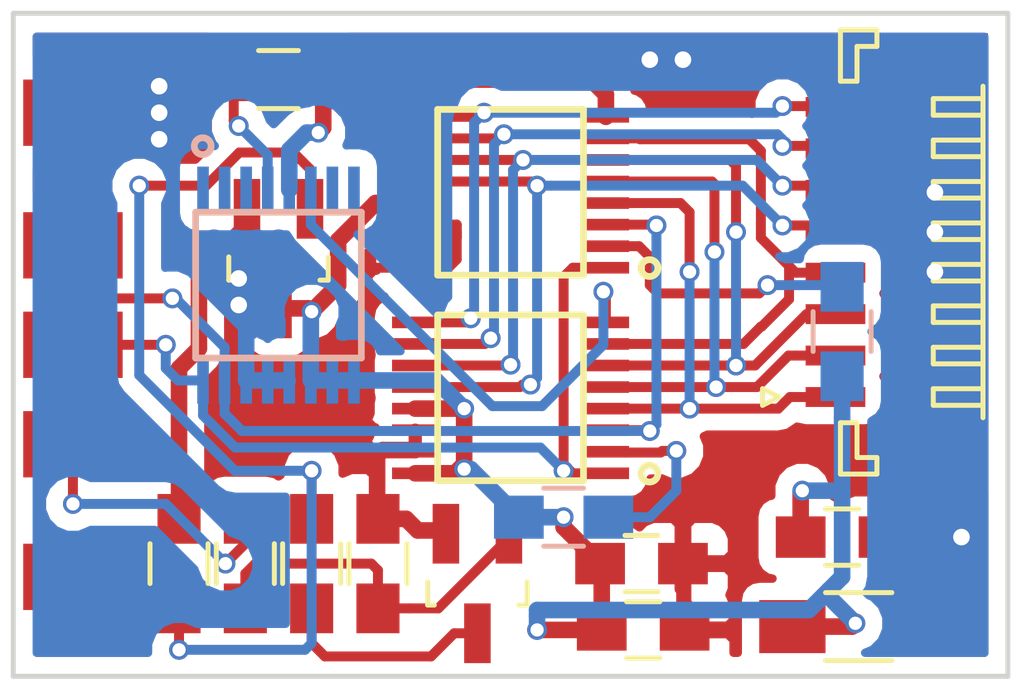
<source format=kicad_pcb>
(kicad_pcb (version 4) (host pcbnew 4.0.4-stable)

  (general
    (links 73)
    (no_connects 0)
    (area 139.6 82.885 171.925 105.500001)
    (thickness 1.6)
    (drawings 4)
    (tracks 312)
    (zones 0)
    (modules 33)
    (nets 23)
  )

  (page A4)
  (layers
    (0 F.Cu signal)
    (31 B.Cu signal)
    (32 B.Adhes user)
    (33 F.Adhes user)
    (34 B.Paste user)
    (35 F.Paste user)
    (36 B.SilkS user)
    (37 F.SilkS user)
    (38 B.Mask user)
    (39 F.Mask user)
    (40 Dwgs.User user)
    (41 Cmts.User user)
    (42 Eco1.User user)
    (43 Eco2.User user)
    (44 Edge.Cuts user)
    (45 Margin user)
    (46 B.CrtYd user)
    (47 F.CrtYd user)
    (48 B.Fab user)
    (49 F.Fab user)
  )

  (setup
    (last_trace_width 0.25)
    (user_trace_width 0.2)
    (user_trace_width 0.3)
    (user_trace_width 0.4)
    (user_trace_width 0.5)
    (user_trace_width 0.6)
    (user_trace_width 0.7)
    (trace_clearance 0.2)
    (zone_clearance 0.508)
    (zone_45_only no)
    (trace_min 0.2)
    (segment_width 0.2)
    (edge_width 0.15)
    (via_size 0.6)
    (via_drill 0.4)
    (via_min_size 0.4)
    (via_min_drill 0.3)
    (uvia_size 0.3)
    (uvia_drill 0.1)
    (uvias_allowed no)
    (uvia_min_size 0.2)
    (uvia_min_drill 0.1)
    (pcb_text_width 0.3)
    (pcb_text_size 1.5 1.5)
    (mod_edge_width 0.15)
    (mod_text_size 1 1)
    (mod_text_width 0.15)
    (pad_size 0.7 0.7)
    (pad_drill 0.5)
    (pad_to_mask_clearance 0.2)
    (aux_axis_origin 0 0)
    (visible_elements 7FFCFFFF)
    (pcbplotparams
      (layerselection 0x00030_80000001)
      (usegerberextensions false)
      (excludeedgelayer true)
      (linewidth 0.100000)
      (plotframeref false)
      (viasonmask false)
      (mode 1)
      (useauxorigin false)
      (hpglpennumber 1)
      (hpglpenspeed 20)
      (hpglpendiameter 15)
      (hpglpenoverlay 2)
      (psnegative false)
      (psa4output false)
      (plotreference true)
      (plotvalue true)
      (plotinvisibletext false)
      (padsonsilk false)
      (subtractmaskfromsilk false)
      (outputformat 1)
      (mirror false)
      (drillshape 1)
      (scaleselection 1)
      (outputdirectory ""))
  )

  (net 0 "")
  (net 1 +3V3)
  (net 2 GND)
  (net 3 S1)
  (net 4 S2)
  (net 5 S3)
  (net 6 S4)
  (net 7 S5)
  (net 8 S6)
  (net 9 S7)
  (net 10 S8)
  (net 11 Versorgung)
  (net 12 "Net-(R1-Pad2)")
  (net 13 "Net-(R2-Pad1)")
  (net 14 VIN)
  (net 15 "Net-(R3-Pad2)")
  (net 16 "Net-(R4-Pad2)")
  (net 17 SCL)
  (net 18 SDA)
  (net 19 VOUT)
  (net 20 "Net-(R4-Pad1)")
  (net 21 "Net-(R6-Pad2)")
  (net 22 "Net-(R7-Pad2)")

  (net_class Default "Dies ist die voreingestellte Netzklasse."
    (clearance 0.2)
    (trace_width 0.25)
    (via_dia 0.6)
    (via_drill 0.4)
    (uvia_dia 0.3)
    (uvia_drill 0.1)
    (add_net +3V3)
    (add_net GND)
    (add_net "Net-(R1-Pad2)")
    (add_net "Net-(R2-Pad1)")
    (add_net "Net-(R3-Pad2)")
    (add_net "Net-(R4-Pad1)")
    (add_net "Net-(R4-Pad2)")
    (add_net "Net-(R6-Pad2)")
    (add_net "Net-(R7-Pad2)")
    (add_net S1)
    (add_net S2)
    (add_net S3)
    (add_net S4)
    (add_net S5)
    (add_net S6)
    (add_net S7)
    (add_net S8)
    (add_net SCL)
    (add_net SDA)
    (add_net VIN)
    (add_net VOUT)
    (add_net Versorgung)
  )

  (module via (layer F.Cu) (tedit 5800A4EA) (tstamp 5800A9C3)
    (at 168.6 100.8)
    (fp_text reference REF** (at 0.4 1) (layer F.SilkS) hide
      (effects (font (size 1 1) (thickness 0.15)))
    )
    (fp_text value via (at 0 -2.54) (layer F.Fab) hide
      (effects (font (size 1 1) (thickness 0.15)))
    )
    (pad 1 thru_hole circle (at 0 0) (size 0.7 0.7) (drill 0.5) (layers *.Cu)
      (net 2 GND) (zone_connect 2))
  )

  (module via (layer F.Cu) (tedit 5800A4EA) (tstamp 5800A994)
    (at 146.8 93.8)
    (fp_text reference REF** (at 0 2.54) (layer F.SilkS) hide
      (effects (font (size 1 1) (thickness 0.15)))
    )
    (fp_text value via (at 0 -2.54) (layer F.Fab) hide
      (effects (font (size 1 1) (thickness 0.15)))
    )
    (pad 1 thru_hole circle (at 0 0) (size 0.7 0.7) (drill 0.5) (layers *.Cu)
      (net 2 GND) (zone_connect 2))
  )

  (module via (layer F.Cu) (tedit 5800A4EA) (tstamp 5800A990)
    (at 146.8 93)
    (fp_text reference REF** (at 0 2.54) (layer F.SilkS) hide
      (effects (font (size 1 1) (thickness 0.15)))
    )
    (fp_text value via (at 0 -2.54) (layer F.Fab) hide
      (effects (font (size 1 1) (thickness 0.15)))
    )
    (pad 1 thru_hole circle (at 0 0) (size 0.7 0.7) (drill 0.5) (layers *.Cu)
      (net 2 GND) (zone_connect 2))
  )

  (module via (layer F.Cu) (tedit 5800A4EA) (tstamp 5800A98C)
    (at 167.8 92.8)
    (fp_text reference REF** (at 0 2.54) (layer F.SilkS) hide
      (effects (font (size 1 1) (thickness 0.15)))
    )
    (fp_text value via (at 0 -2.54) (layer F.Fab) hide
      (effects (font (size 1 1) (thickness 0.15)))
    )
    (pad 1 thru_hole circle (at 0 0) (size 0.7 0.7) (drill 0.5) (layers *.Cu)
      (net 2 GND) (zone_connect 2))
  )

  (module via (layer F.Cu) (tedit 5800A4EA) (tstamp 5800A988)
    (at 167.8 91.6)
    (fp_text reference REF** (at 0 2.54) (layer F.SilkS) hide
      (effects (font (size 1 1) (thickness 0.15)))
    )
    (fp_text value via (at 0 -2.54) (layer F.Fab) hide
      (effects (font (size 1 1) (thickness 0.15)))
    )
    (pad 1 thru_hole circle (at 0 0) (size 0.7 0.7) (drill 0.5) (layers *.Cu)
      (net 2 GND) (zone_connect 2))
  )

  (module via (layer F.Cu) (tedit 5800A4EA) (tstamp 5800A984)
    (at 167.8 90.4)
    (fp_text reference REF** (at 0 2.54) (layer F.SilkS) hide
      (effects (font (size 1 1) (thickness 0.15)))
    )
    (fp_text value via (at 0 -2.54) (layer F.Fab) hide
      (effects (font (size 1 1) (thickness 0.15)))
    )
    (pad 1 thru_hole circle (at 0 0) (size 0.7 0.7) (drill 0.5) (layers *.Cu)
      (net 2 GND) (zone_connect 2))
  )

  (module via (layer F.Cu) (tedit 5800A4EA) (tstamp 5800A980)
    (at 160.2 86.4)
    (fp_text reference REF** (at 0 2.54) (layer F.SilkS) hide
      (effects (font (size 1 1) (thickness 0.15)))
    )
    (fp_text value via (at 0 -2.54) (layer F.Fab) hide
      (effects (font (size 1 1) (thickness 0.15)))
    )
    (pad 1 thru_hole circle (at 0 0) (size 0.7 0.7) (drill 0.5) (layers *.Cu)
      (net 2 GND) (zone_connect 2))
  )

  (module via (layer F.Cu) (tedit 5800A4EA) (tstamp 5800A97C)
    (at 159.2 86.4)
    (fp_text reference REF** (at 0 2.54) (layer F.SilkS) hide
      (effects (font (size 1 1) (thickness 0.15)))
    )
    (fp_text value via (at 0 -2.54) (layer F.Fab) hide
      (effects (font (size 1 1) (thickness 0.15)))
    )
    (pad 1 thru_hole circle (at 0 0) (size 0.7 0.7) (drill 0.5) (layers *.Cu)
      (net 2 GND) (zone_connect 2))
  )

  (module via (layer F.Cu) (tedit 5800A4EA) (tstamp 5800A969)
    (at 144.4 88.8)
    (fp_text reference REF** (at 0 2.54) (layer F.SilkS) hide
      (effects (font (size 1 1) (thickness 0.15)))
    )
    (fp_text value via (at 0 -2.54) (layer F.Fab) hide
      (effects (font (size 1 1) (thickness 0.15)))
    )
    (pad 1 thru_hole circle (at 0 0) (size 0.7 0.7) (drill 0.5) (layers *.Cu)
      (net 2 GND) (zone_connect 2))
  )

  (module via (layer F.Cu) (tedit 5800A4EA) (tstamp 5800A965)
    (at 144.4 88)
    (fp_text reference REF** (at 0 2.54) (layer F.SilkS) hide
      (effects (font (size 1 1) (thickness 0.15)))
    )
    (fp_text value via (at 0 -2.54) (layer F.Fab) hide
      (effects (font (size 1 1) (thickness 0.15)))
    )
    (pad 1 thru_hole circle (at 0 0) (size 0.7 0.7) (drill 0.5) (layers *.Cu)
      (net 2 GND) (zone_connect 2))
  )

  (module via (layer F.Cu) (tedit 5800A4EA) (tstamp 5800A828)
    (at 144.4 87.2)
    (fp_text reference REF** (at 0 2.54) (layer F.SilkS) hide
      (effects (font (size 1 1) (thickness 0.15)))
    )
    (fp_text value via (at 0 -2.54) (layer F.Fab) hide
      (effects (font (size 1 1) (thickness 0.15)))
    )
    (pad 1 thru_hole circle (at 0 0) (size 0.7 0.7) (drill 0.5) (layers *.Cu)
      (net 2 GND) (zone_connect 2))
  )

  (module SMD_Packages:1Pin (layer F.Cu) (tedit 5800AB0A) (tstamp 5800A172)
    (at 141.8 95)
    (descr "module 1 pin (ou trou mecanique de percage)")
    (tags DEV)
    (path /57DBDB1B)
    (fp_text reference X2_3 (at -0.6 -1.3) (layer F.Fab)
      (effects (font (size 0.5 0.5) (thickness 0.1)))
    )
    (fp_text value SCL (at 2.2 0.7) (layer F.Fab)
      (effects (font (size 0.5 0.5) (thickness 0.1)))
    )
    (pad 1 smd rect (at 0 0) (size 3 2) (layers F.Cu F.Paste F.Mask)
      (net 17 SCL))
  )

  (module SMD_Packages:1Pin (layer F.Cu) (tedit 5800AAE5) (tstamp 5800A160)
    (at 141.8 88)
    (descr "module 1 pin (ou trou mecanique de percage)")
    (tags DEV)
    (path /57DBDB92)
    (fp_text reference X2_1 (at -0.6 -1.3) (layer F.Fab)
      (effects (font (size 0.5 0.5) (thickness 0.1)))
    )
    (fp_text value GND (at 0.8 1.4) (layer F.Fab)
      (effects (font (size 0.5 0.5) (thickness 0.1)))
    )
    (pad 1 smd rect (at 0 0) (size 3 2) (layers F.Cu F.Paste F.Mask)
      (net 2 GND))
  )

  (module SMD_Packages:1Pin (layer F.Cu) (tedit 5800AAFD) (tstamp 5800A169)
    (at 141.8 92)
    (descr "module 1 pin (ou trou mecanique de percage)")
    (tags DEV)
    (path /57DBDB50)
    (fp_text reference X2_2 (at -0.6 -1.3) (layer F.Fab)
      (effects (font (size 0.5 0.5) (thickness 0.1)))
    )
    (fp_text value SDA (at 2.2 0.7) (layer F.Fab)
      (effects (font (size 0.5 0.5) (thickness 0.1)))
    )
    (pad 1 smd rect (at 0 0) (size 3 2) (layers F.Cu F.Paste F.Mask)
      (net 18 SDA))
  )

  (module SMD_Packages:1Pin (layer F.Cu) (tedit 5800AB14) (tstamp 5800A17B)
    (at 141.8 98)
    (descr "module 1 pin (ou trou mecanique de percage)")
    (tags DEV)
    (path /57DBDACC)
    (fp_text reference X2_4 (at -0.6 -1.3) (layer F.Fab)
      (effects (font (size 0.5 0.5) (thickness 0.1)))
    )
    (fp_text value EXT-Enable (at 3.6 0.4) (layer F.Fab)
      (effects (font (size 0.5 0.5) (thickness 0.1)))
    )
    (pad 1 smd rect (at 0 0) (size 3 2) (layers F.Cu F.Paste F.Mask)
      (net 16 "Net-(R4-Pad2)"))
  )

  (module SMD_Packages:1Pin (layer F.Cu) (tedit 5800AB1F) (tstamp 5800A184)
    (at 141.8 102)
    (descr "module 1 pin (ou trou mecanique de percage)")
    (tags DEV)
    (path /57DBD9AA)
    (fp_text reference X2_5 (at -0.6 -1.3) (layer F.Fab)
      (effects (font (size 0.5 0.5) (thickness 0.1)))
    )
    (fp_text value 3V3 (at 0.8 1.4) (layer F.Fab)
      (effects (font (size 0.5 0.5) (thickness 0.1)))
    )
    (pad 1 smd rect (at 0 0) (size 3 2) (layers F.Cu F.Paste F.Mask)
      (net 11 Versorgung))
  )

  (module sop:TSSOP16 (layer F.Cu) (tedit 5800AB7A) (tstamp 57F65EC4)
    (at 155 96.6 180)
    (path /57E3DD42)
    (solder_paste_margin -0.0508)
    (attr smd)
    (fp_text reference U3 (at 3 3 180) (layer F.Fab)
      (effects (font (size 0.5 0.5) (thickness 0.1)))
    )
    (fp_text value ADG728 (at -4.4 -3.2 180) (layer F.Fab)
      (effects (font (size 0.5 0.5) (thickness 0.1)))
    )
    (fp_circle (center -4.191 -2.286) (end -3.937 -2.286) (layer F.SilkS) (width 0.2032))
    (fp_line (start 2.19964 -2.49936) (end -2.19964 -2.49936) (layer F.SilkS) (width 0.2032))
    (fp_line (start -2.19964 -2.49936) (end -2.19964 2.49936) (layer F.SilkS) (width 0.2032))
    (fp_line (start -2.19964 2.49936) (end 2.19964 2.49936) (layer F.SilkS) (width 0.2032))
    (fp_line (start 2.19964 2.49936) (end 2.19964 -2.49936) (layer F.SilkS) (width 0.2032))
    (pad 9 smd rect (at 2.87528 2.27584 180) (size 1.39954 0.35052) (layers F.Cu F.Paste F.Mask)
      (net 10 S8))
    (pad 10 smd rect (at 2.87528 1.6256 180) (size 1.39954 0.35052) (layers F.Cu F.Paste F.Mask)
      (net 9 S7))
    (pad 11 smd rect (at 2.87528 0.97536 180) (size 1.39954 0.35052) (layers F.Cu F.Paste F.Mask)
      (net 8 S6))
    (pad 12 smd rect (at 2.87528 0.32512 180) (size 1.39954 0.35052) (layers F.Cu F.Paste F.Mask)
      (net 7 S5))
    (pad 13 smd rect (at 2.87528 -0.32512 180) (size 1.39954 0.35052) (layers F.Cu F.Paste F.Mask)
      (net 1 +3V3))
    (pad 14 smd rect (at 2.87528 -0.97536 180) (size 1.39954 0.35052) (layers F.Cu F.Paste F.Mask)
      (net 2 GND))
    (pad 15 smd rect (at 2.87528 -1.6256 180) (size 1.39954 0.35052) (layers F.Cu F.Paste F.Mask)
      (net 2 GND))
    (pad 16 smd rect (at 2.87528 -2.27584 180) (size 1.39954 0.35052) (layers F.Cu F.Paste F.Mask)
      (net 1 +3V3))
    (pad 1 smd rect (at -2.87528 -2.27584 180) (size 1.39954 0.35052) (layers F.Cu F.Paste F.Mask)
      (net 17 SCL))
    (pad 2 smd rect (at -2.87528 -1.6256 180) (size 1.39954 0.35052) (layers F.Cu F.Paste F.Mask)
      (net 15 "Net-(R3-Pad2)"))
    (pad 3 smd rect (at -2.87528 -0.97536 180) (size 1.39954 0.35052) (layers F.Cu F.Paste F.Mask)
      (net 18 SDA))
    (pad 4 smd rect (at -2.87528 -0.32512 180) (size 1.39954 0.35052) (layers F.Cu F.Paste F.Mask)
      (net 3 S1))
    (pad 5 smd rect (at -2.87528 0.32512 180) (size 1.39954 0.35052) (layers F.Cu F.Paste F.Mask)
      (net 4 S2))
    (pad 6 smd rect (at -2.87528 0.97536 180) (size 1.39954 0.35052) (layers F.Cu F.Paste F.Mask)
      (net 5 S3))
    (pad 7 smd rect (at -2.87528 1.6256 180) (size 1.39954 0.35052) (layers F.Cu F.Paste F.Mask)
      (net 6 S4))
    (pad 8 smd rect (at -2.87528 2.27584 180) (size 1.39954 0.35052) (layers F.Cu F.Paste F.Mask)
      (net 19 VOUT))
  )

  (module sop:TSSOP16 (layer F.Cu) (tedit 5800AB69) (tstamp 57F65E9C)
    (at 155 90.4 180)
    (path /57E3DC97)
    (solder_paste_margin -0.0508)
    (attr smd)
    (fp_text reference U1 (at 3 3 180) (layer F.Fab)
      (effects (font (size 0.5 0.5) (thickness 0.1)))
    )
    (fp_text value ADG728 (at -4.4 -3.2 180) (layer F.Fab)
      (effects (font (size 0.5 0.5) (thickness 0.1)))
    )
    (fp_circle (center -4.191 -2.286) (end -3.937 -2.286) (layer F.SilkS) (width 0.2032))
    (fp_line (start 2.19964 -2.49936) (end -2.19964 -2.49936) (layer F.SilkS) (width 0.2032))
    (fp_line (start -2.19964 -2.49936) (end -2.19964 2.49936) (layer F.SilkS) (width 0.2032))
    (fp_line (start -2.19964 2.49936) (end 2.19964 2.49936) (layer F.SilkS) (width 0.2032))
    (fp_line (start 2.19964 2.49936) (end 2.19964 -2.49936) (layer F.SilkS) (width 0.2032))
    (pad 9 smd rect (at 2.87528 2.27584 180) (size 1.39954 0.35052) (layers F.Cu F.Paste F.Mask)
      (net 10 S8))
    (pad 10 smd rect (at 2.87528 1.6256 180) (size 1.39954 0.35052) (layers F.Cu F.Paste F.Mask)
      (net 9 S7))
    (pad 11 smd rect (at 2.87528 0.97536 180) (size 1.39954 0.35052) (layers F.Cu F.Paste F.Mask)
      (net 8 S6))
    (pad 12 smd rect (at 2.87528 0.32512 180) (size 1.39954 0.35052) (layers F.Cu F.Paste F.Mask)
      (net 7 S5))
    (pad 13 smd rect (at 2.87528 -0.32512 180) (size 1.39954 0.35052) (layers F.Cu F.Paste F.Mask)
      (net 1 +3V3))
    (pad 14 smd rect (at 2.87528 -0.97536 180) (size 1.39954 0.35052) (layers F.Cu F.Paste F.Mask)
      (net 2 GND))
    (pad 15 smd rect (at 2.87528 -1.6256 180) (size 1.39954 0.35052) (layers F.Cu F.Paste F.Mask)
      (net 2 GND))
    (pad 16 smd rect (at 2.87528 -2.27584 180) (size 1.39954 0.35052) (layers F.Cu F.Paste F.Mask)
      (net 2 GND))
    (pad 1 smd rect (at -2.87528 -2.27584 180) (size 1.39954 0.35052) (layers F.Cu F.Paste F.Mask)
      (net 17 SCL))
    (pad 2 smd rect (at -2.87528 -1.6256 180) (size 1.39954 0.35052) (layers F.Cu F.Paste F.Mask)
      (net 12 "Net-(R1-Pad2)"))
    (pad 3 smd rect (at -2.87528 -0.97536 180) (size 1.39954 0.35052) (layers F.Cu F.Paste F.Mask)
      (net 18 SDA))
    (pad 4 smd rect (at -2.87528 -0.32512 180) (size 1.39954 0.35052) (layers F.Cu F.Paste F.Mask)
      (net 3 S1))
    (pad 5 smd rect (at -2.87528 0.32512 180) (size 1.39954 0.35052) (layers F.Cu F.Paste F.Mask)
      (net 4 S2))
    (pad 6 smd rect (at -2.87528 0.97536 180) (size 1.39954 0.35052) (layers F.Cu F.Paste F.Mask)
      (net 5 S3))
    (pad 7 smd rect (at -2.87528 1.6256 180) (size 1.39954 0.35052) (layers F.Cu F.Paste F.Mask)
      (net 6 S4))
    (pad 8 smd rect (at -2.87528 2.27584 180) (size 1.39954 0.35052) (layers F.Cu F.Paste F.Mask)
      (net 14 VIN))
  )

  (module sop:SSOP16 (layer B.Cu) (tedit 5800AE74) (tstamp 57F65EB0)
    (at 148 93.2 270)
    (path /57DBDF16)
    (solder_paste_margin -0.0508)
    (attr smd)
    (fp_text reference U2 (at -3.9 -2.1 540) (layer B.Fab)
      (effects (font (size 0.5 0.5) (thickness 0.1)) (justify mirror))
    )
    (fp_text value AD5933 (at 4 1.2 360) (layer B.Fab)
      (effects (font (size 0.5 0.5) (thickness 0.1)) (justify mirror))
    )
    (fp_circle (center -4.191 2.286) (end -3.937 2.286) (layer B.SilkS) (width 0.2032))
    (fp_line (start 2.19964 2.49936) (end -2.19964 2.49936) (layer B.SilkS) (width 0.2032))
    (fp_line (start -2.19964 2.49936) (end -2.19964 -2.49936) (layer B.SilkS) (width 0.2032))
    (fp_line (start -2.19964 -2.49936) (end 2.19964 -2.49936) (layer B.SilkS) (width 0.2032))
    (fp_line (start 2.19964 -2.49936) (end 2.19964 2.49936) (layer B.SilkS) (width 0.2032))
    (pad 9 smd rect (at 2.87528 -2.27584 270) (size 1.39954 0.35052) (layers B.Cu B.Paste B.Mask)
      (net 1 +3V3))
    (pad 10 smd rect (at 2.87528 -1.6256 270) (size 1.39954 0.35052) (layers B.Cu B.Paste B.Mask)
      (net 1 +3V3))
    (pad 11 smd rect (at 2.87528 -0.97536 270) (size 1.39954 0.35052) (layers B.Cu B.Paste B.Mask)
      (net 1 +3V3))
    (pad 12 smd rect (at 2.87528 -0.32512 270) (size 1.39954 0.35052) (layers B.Cu B.Paste B.Mask)
      (net 2 GND))
    (pad 13 smd rect (at 2.87528 0.32512 270) (size 1.39954 0.35052) (layers B.Cu B.Paste B.Mask)
      (net 2 GND))
    (pad 14 smd rect (at 2.87528 0.97536 270) (size 1.39954 0.35052) (layers B.Cu B.Paste B.Mask)
      (net 2 GND))
    (pad 15 smd rect (at 2.87528 1.6256 270) (size 1.39954 0.35052) (layers B.Cu B.Paste B.Mask)
      (net 18 SDA))
    (pad 16 smd rect (at 2.87528 2.27584 270) (size 1.39954 0.35052) (layers B.Cu B.Paste B.Mask)
      (net 17 SCL))
    (pad 1 smd rect (at -2.87528 2.27584 270) (size 1.39954 0.35052) (layers B.Cu B.Paste B.Mask))
    (pad 2 smd rect (at -2.87528 1.6256 270) (size 1.39954 0.35052) (layers B.Cu B.Paste B.Mask))
    (pad 3 smd rect (at -2.87528 0.97536 270) (size 1.39954 0.35052) (layers B.Cu B.Paste B.Mask))
    (pad 4 smd rect (at -2.87528 0.32512 270) (size 1.39954 0.35052) (layers B.Cu B.Paste B.Mask)
      (net 13 "Net-(R2-Pad1)"))
    (pad 5 smd rect (at -2.87528 -0.32512 270) (size 1.39954 0.35052) (layers B.Cu B.Paste B.Mask)
      (net 14 VIN))
    (pad 6 smd rect (at -2.87528 -0.97536 270) (size 1.39954 0.35052) (layers B.Cu B.Paste B.Mask)
      (net 19 VOUT))
    (pad 7 smd rect (at -2.87528 -1.6256 270) (size 1.39954 0.35052) (layers B.Cu B.Paste B.Mask))
    (pad 8 smd rect (at -2.87528 -2.27584 270) (size 1.39954 0.35052) (layers B.Cu B.Paste B.Mask))
    (model ../../../../../../Users/zimmi/Documents/tssop-16-pin-thin-shrink-small-outline-1.snapshot.3/AB2_TSSOP16.x3d
      (at (xyz 0 0 0))
      (scale (xyz 0.4 0.4 0.4))
      (rotate (xyz 0 0 -90))
    )
  )

  (module Capacitors_SMD:C_0805_HandSoldering (layer F.Cu) (tedit 5800ABA6) (tstamp 57F65E30)
    (at 158.95 101.6)
    (descr "Capacitor SMD 0805, hand soldering")
    (tags "capacitor 0805")
    (path /57ED40DB)
    (attr smd)
    (fp_text reference C1 (at -1.55 -1.1) (layer F.Fab)
      (effects (font (size 0.5 0.5) (thickness 0.1)))
    )
    (fp_text value 10nF (at 2.15 1) (layer F.Fab)
      (effects (font (size 0.5 0.5) (thickness 0.1)))
    )
    (fp_line (start -1 0.625) (end -1 -0.625) (layer F.Fab) (width 0.15))
    (fp_line (start 1 0.625) (end -1 0.625) (layer F.Fab) (width 0.15))
    (fp_line (start 1 -0.625) (end 1 0.625) (layer F.Fab) (width 0.15))
    (fp_line (start -1 -0.625) (end 1 -0.625) (layer F.Fab) (width 0.15))
    (fp_line (start -2.3 -1) (end 2.3 -1) (layer F.CrtYd) (width 0.05))
    (fp_line (start -2.3 1) (end 2.3 1) (layer F.CrtYd) (width 0.05))
    (fp_line (start -2.3 -1) (end -2.3 1) (layer F.CrtYd) (width 0.05))
    (fp_line (start 2.3 -1) (end 2.3 1) (layer F.CrtYd) (width 0.05))
    (fp_line (start 0.5 -0.85) (end -0.5 -0.85) (layer F.SilkS) (width 0.15))
    (fp_line (start -0.5 0.85) (end 0.5 0.85) (layer F.SilkS) (width 0.15))
    (pad 1 smd rect (at -1.25 0) (size 1.5 1.25) (layers F.Cu F.Paste F.Mask)
      (net 1 +3V3))
    (pad 2 smd rect (at 1.25 0) (size 1.5 1.25) (layers F.Cu F.Paste F.Mask)
      (net 2 GND))
    (model Capacitors_SMD.3dshapes/C_0805_HandSoldering.wrl
      (at (xyz 0 0 0))
      (scale (xyz 1 1 1))
      (rotate (xyz 0 0 0))
    )
  )

  (module Capacitors_SMD:C_0805_HandSoldering (layer F.Cu) (tedit 5800ABB6) (tstamp 57F65E36)
    (at 165 100.8)
    (descr "Capacitor SMD 0805, hand soldering")
    (tags "capacitor 0805")
    (path /57ED32E3)
    (attr smd)
    (fp_text reference C2 (at -2.5 -1) (layer F.Fab)
      (effects (font (size 0.5 0.5) (thickness 0.1)))
    )
    (fp_text value 0.1uF (at 3 1) (layer F.Fab)
      (effects (font (size 0.5 0.5) (thickness 0.1)))
    )
    (fp_line (start -1 0.625) (end -1 -0.625) (layer F.Fab) (width 0.15))
    (fp_line (start 1 0.625) (end -1 0.625) (layer F.Fab) (width 0.15))
    (fp_line (start 1 -0.625) (end 1 0.625) (layer F.Fab) (width 0.15))
    (fp_line (start -1 -0.625) (end 1 -0.625) (layer F.Fab) (width 0.15))
    (fp_line (start -2.3 -1) (end 2.3 -1) (layer F.CrtYd) (width 0.05))
    (fp_line (start -2.3 1) (end 2.3 1) (layer F.CrtYd) (width 0.05))
    (fp_line (start -2.3 -1) (end -2.3 1) (layer F.CrtYd) (width 0.05))
    (fp_line (start 2.3 -1) (end 2.3 1) (layer F.CrtYd) (width 0.05))
    (fp_line (start 0.5 -0.85) (end -0.5 -0.85) (layer F.SilkS) (width 0.15))
    (fp_line (start -0.5 0.85) (end 0.5 0.85) (layer F.SilkS) (width 0.15))
    (pad 1 smd rect (at -1.25 0) (size 1.5 1.25) (layers F.Cu F.Paste F.Mask)
      (net 1 +3V3))
    (pad 2 smd rect (at 1.25 0) (size 1.5 1.25) (layers F.Cu F.Paste F.Mask)
      (net 2 GND))
    (model Capacitors_SMD.3dshapes/C_0805_HandSoldering.wrl
      (at (xyz 0 0 0))
      (scale (xyz 1 1 1))
      (rotate (xyz 0 0 0))
    )
  )

  (module Capacitors_SMD:C_1206_HandSoldering (layer F.Cu) (tedit 5800ABBE) (tstamp 57F65E3C)
    (at 165.5 103.5)
    (descr "Capacitor SMD 1206, hand soldering")
    (tags "capacitor 1206")
    (path /57ED3339)
    (attr smd)
    (fp_text reference C3 (at -2.1 -1.3) (layer F.Fab)
      (effects (font (size 0.5 0.5) (thickness 0.1)))
    )
    (fp_text value 10uF (at 2.6 1.1) (layer F.Fab)
      (effects (font (size 0.5 0.5) (thickness 0.1)))
    )
    (fp_line (start -1.6 0.8) (end -1.6 -0.8) (layer F.Fab) (width 0.15))
    (fp_line (start 1.6 0.8) (end -1.6 0.8) (layer F.Fab) (width 0.15))
    (fp_line (start 1.6 -0.8) (end 1.6 0.8) (layer F.Fab) (width 0.15))
    (fp_line (start -1.6 -0.8) (end 1.6 -0.8) (layer F.Fab) (width 0.15))
    (fp_line (start -3.3 -1.15) (end 3.3 -1.15) (layer F.CrtYd) (width 0.05))
    (fp_line (start -3.3 1.15) (end 3.3 1.15) (layer F.CrtYd) (width 0.05))
    (fp_line (start -3.3 -1.15) (end -3.3 1.15) (layer F.CrtYd) (width 0.05))
    (fp_line (start 3.3 -1.15) (end 3.3 1.15) (layer F.CrtYd) (width 0.05))
    (fp_line (start 1 -1.025) (end -1 -1.025) (layer F.SilkS) (width 0.15))
    (fp_line (start -1 1.025) (end 1 1.025) (layer F.SilkS) (width 0.15))
    (pad 1 smd rect (at -2 0) (size 2 1.6) (layers F.Cu F.Paste F.Mask)
      (net 1 +3V3))
    (pad 2 smd rect (at 2 0) (size 2 1.6) (layers F.Cu F.Paste F.Mask)
      (net 2 GND))
    (model Capacitors_SMD.3dshapes/C_1206_HandSoldering.wrl
      (at (xyz 0 0 0))
      (scale (xyz 1 1 1))
      (rotate (xyz 0 0 0))
    )
  )

  (module Capacitors_SMD:C_0805_HandSoldering (layer F.Cu) (tedit 5800AB9F) (tstamp 57F65E42)
    (at 159 103.6)
    (descr "Capacitor SMD 0805, hand soldering")
    (tags "capacitor 0805")
    (path /57ED2B11)
    (attr smd)
    (fp_text reference C4 (at -1.6 -1) (layer F.Fab)
      (effects (font (size 0.5 0.5) (thickness 0.1)))
    )
    (fp_text value 10nF (at 1.9 1) (layer F.Fab)
      (effects (font (size 0.5 0.5) (thickness 0.1)))
    )
    (fp_line (start -1 0.625) (end -1 -0.625) (layer F.Fab) (width 0.15))
    (fp_line (start 1 0.625) (end -1 0.625) (layer F.Fab) (width 0.15))
    (fp_line (start 1 -0.625) (end 1 0.625) (layer F.Fab) (width 0.15))
    (fp_line (start -1 -0.625) (end 1 -0.625) (layer F.Fab) (width 0.15))
    (fp_line (start -2.3 -1) (end 2.3 -1) (layer F.CrtYd) (width 0.05))
    (fp_line (start -2.3 1) (end 2.3 1) (layer F.CrtYd) (width 0.05))
    (fp_line (start -2.3 -1) (end -2.3 1) (layer F.CrtYd) (width 0.05))
    (fp_line (start 2.3 -1) (end 2.3 1) (layer F.CrtYd) (width 0.05))
    (fp_line (start 0.5 -0.85) (end -0.5 -0.85) (layer F.SilkS) (width 0.15))
    (fp_line (start -0.5 0.85) (end 0.5 0.85) (layer F.SilkS) (width 0.15))
    (pad 1 smd rect (at -1.25 0) (size 1.5 1.25) (layers F.Cu F.Paste F.Mask)
      (net 1 +3V3))
    (pad 2 smd rect (at 1.25 0) (size 1.5 1.25) (layers F.Cu F.Paste F.Mask)
      (net 2 GND))
    (model Capacitors_SMD.3dshapes/C_0805_HandSoldering.wrl
      (at (xyz 0 0 0))
      (scale (xyz 1 1 1))
      (rotate (xyz 0 0 0))
    )
  )

  (module Resistors_SMD:R_0805_HandSoldering (layer B.Cu) (tedit 5800AE9B) (tstamp 57F65E64)
    (at 165 94.6 90)
    (descr "Resistor SMD 0805, hand soldering")
    (tags "resistor 0805")
    (path /57F6B95F)
    (attr smd)
    (fp_text reference R1 (at 1.9 1.2 180) (layer B.Fab)
      (effects (font (size 0.5 0.5) (thickness 0.1)) (justify mirror))
    )
    (fp_text value 20k (at -1.8 -1.6 180) (layer B.Fab)
      (effects (font (size 0.5 0.5) (thickness 0.1)) (justify mirror))
    )
    (fp_line (start -2.4 1) (end 2.4 1) (layer B.CrtYd) (width 0.05))
    (fp_line (start -2.4 -1) (end 2.4 -1) (layer B.CrtYd) (width 0.05))
    (fp_line (start -2.4 1) (end -2.4 -1) (layer B.CrtYd) (width 0.05))
    (fp_line (start 2.4 1) (end 2.4 -1) (layer B.CrtYd) (width 0.05))
    (fp_line (start 0.6 -0.875) (end -0.6 -0.875) (layer B.SilkS) (width 0.15))
    (fp_line (start -0.6 0.875) (end 0.6 0.875) (layer B.SilkS) (width 0.15))
    (pad 1 smd rect (at -1.35 0 90) (size 1.5 1.3) (layers B.Cu B.Paste B.Mask)
      (net 1 +3V3))
    (pad 2 smd rect (at 1.35 0 90) (size 1.5 1.3) (layers B.Cu B.Paste B.Mask)
      (net 12 "Net-(R1-Pad2)"))
    (model Resistors_SMD.3dshapes/R_0805_HandSoldering.wrl
      (at (xyz 0 0 0))
      (scale (xyz 1 1 1))
      (rotate (xyz 0 0 0))
    )
  )

  (module Resistors_SMD:R_0805_HandSoldering (layer F.Cu) (tedit 5800AB5D) (tstamp 57F65E6A)
    (at 148 87)
    (descr "Resistor SMD 0805, hand soldering")
    (tags "resistor 0805")
    (path /57ED2D5E)
    (attr smd)
    (fp_text reference R2 (at -1.6 -1.4) (layer F.Fab)
      (effects (font (size 0.5 0.5) (thickness 0.1)))
    )
    (fp_text value 150k (at 1.3 1.3) (layer F.Fab)
      (effects (font (size 0.5 0.5) (thickness 0.1)))
    )
    (fp_line (start -2.4 -1) (end 2.4 -1) (layer F.CrtYd) (width 0.05))
    (fp_line (start -2.4 1) (end 2.4 1) (layer F.CrtYd) (width 0.05))
    (fp_line (start -2.4 -1) (end -2.4 1) (layer F.CrtYd) (width 0.05))
    (fp_line (start 2.4 -1) (end 2.4 1) (layer F.CrtYd) (width 0.05))
    (fp_line (start 0.6 0.875) (end -0.6 0.875) (layer F.SilkS) (width 0.15))
    (fp_line (start -0.6 -0.875) (end 0.6 -0.875) (layer F.SilkS) (width 0.15))
    (pad 1 smd rect (at -1.35 0) (size 1.5 1.3) (layers F.Cu F.Paste F.Mask)
      (net 13 "Net-(R2-Pad1)"))
    (pad 2 smd rect (at 1.35 0) (size 1.5 1.3) (layers F.Cu F.Paste F.Mask)
      (net 14 VIN))
    (model Resistors_SMD.3dshapes/R_0805_HandSoldering.wrl
      (at (xyz 0 0 0))
      (scale (xyz 1 1 1))
      (rotate (xyz 0 0 0))
    )
  )

  (module Resistors_SMD:R_0805_HandSoldering (layer B.Cu) (tedit 5800AE89) (tstamp 57F65E70)
    (at 156.6 100.2)
    (descr "Resistor SMD 0805, hand soldering")
    (tags "resistor 0805")
    (path /57F6B8CF)
    (attr smd)
    (fp_text reference R3 (at 1.7 -1.4) (layer B.Fab)
      (effects (font (size 0.5 0.5) (thickness 0.1)) (justify mirror))
    )
    (fp_text value 20k (at -1.6 1.7) (layer B.Fab)
      (effects (font (size 0.5 0.5) (thickness 0.1)) (justify mirror))
    )
    (fp_line (start -2.4 1) (end 2.4 1) (layer B.CrtYd) (width 0.05))
    (fp_line (start -2.4 -1) (end 2.4 -1) (layer B.CrtYd) (width 0.05))
    (fp_line (start -2.4 1) (end -2.4 -1) (layer B.CrtYd) (width 0.05))
    (fp_line (start 2.4 1) (end 2.4 -1) (layer B.CrtYd) (width 0.05))
    (fp_line (start 0.6 -0.875) (end -0.6 -0.875) (layer B.SilkS) (width 0.15))
    (fp_line (start -0.6 0.875) (end 0.6 0.875) (layer B.SilkS) (width 0.15))
    (pad 1 smd rect (at -1.35 0) (size 1.5 1.3) (layers B.Cu B.Paste B.Mask)
      (net 1 +3V3))
    (pad 2 smd rect (at 1.35 0) (size 1.5 1.3) (layers B.Cu B.Paste B.Mask)
      (net 15 "Net-(R3-Pad2)"))
    (model Resistors_SMD.3dshapes/R_0805_HandSoldering.wrl
      (at (xyz 0 0 0))
      (scale (xyz 1 1 1))
      (rotate (xyz 0 0 0))
    )
  )

  (module Resistors_SMD:R_0805_HandSoldering (layer F.Cu) (tedit 5800AB35) (tstamp 57F65E76)
    (at 147 101.6 90)
    (descr "Resistor SMD 0805, hand soldering")
    (tags "resistor 0805")
    (path /57F6815C)
    (attr smd)
    (fp_text reference R4 (at 2.4 -0.2 180) (layer F.Fab)
      (effects (font (size 0.5 0.5) (thickness 0.1)))
    )
    (fp_text value 4k7 (at -2.5 0.1 180) (layer F.Fab)
      (effects (font (size 0.5 0.5) (thickness 0.1)))
    )
    (fp_line (start -2.4 -1) (end 2.4 -1) (layer F.CrtYd) (width 0.05))
    (fp_line (start -2.4 1) (end 2.4 1) (layer F.CrtYd) (width 0.05))
    (fp_line (start -2.4 -1) (end -2.4 1) (layer F.CrtYd) (width 0.05))
    (fp_line (start 2.4 -1) (end 2.4 1) (layer F.CrtYd) (width 0.05))
    (fp_line (start 0.6 0.875) (end -0.6 0.875) (layer F.SilkS) (width 0.15))
    (fp_line (start -0.6 -0.875) (end 0.6 -0.875) (layer F.SilkS) (width 0.15))
    (pad 1 smd rect (at -1.35 0 90) (size 1.5 1.3) (layers F.Cu F.Paste F.Mask)
      (net 20 "Net-(R4-Pad1)"))
    (pad 2 smd rect (at 1.35 0 90) (size 1.5 1.3) (layers F.Cu F.Paste F.Mask)
      (net 16 "Net-(R4-Pad2)"))
    (model Resistors_SMD.3dshapes/R_0805_HandSoldering.wrl
      (at (xyz 0 0 0))
      (scale (xyz 1 1 1))
      (rotate (xyz 0 0 0))
    )
  )

  (module Resistors_SMD:R_0805_HandSoldering (layer F.Cu) (tedit 5800AB4C) (tstamp 57F65E7C)
    (at 151 101.6 90)
    (descr "Resistor SMD 0805, hand soldering")
    (tags "resistor 0805")
    (path /57F681D3)
    (attr smd)
    (fp_text reference R5 (at 2.4 -0.2 180) (layer F.Fab)
      (effects (font (size 0.5 0.5) (thickness 0.1)))
    )
    (fp_text value 10k (at -2.5 0.2 180) (layer F.Fab)
      (effects (font (size 0.5 0.5) (thickness 0.1)))
    )
    (fp_line (start -2.4 -1) (end 2.4 -1) (layer F.CrtYd) (width 0.05))
    (fp_line (start -2.4 1) (end 2.4 1) (layer F.CrtYd) (width 0.05))
    (fp_line (start -2.4 -1) (end -2.4 1) (layer F.CrtYd) (width 0.05))
    (fp_line (start 2.4 -1) (end 2.4 1) (layer F.CrtYd) (width 0.05))
    (fp_line (start 0.6 0.875) (end -0.6 0.875) (layer F.SilkS) (width 0.15))
    (fp_line (start -0.6 -0.875) (end 0.6 -0.875) (layer F.SilkS) (width 0.15))
    (pad 1 smd rect (at -1.35 0 90) (size 1.5 1.3) (layers F.Cu F.Paste F.Mask)
      (net 20 "Net-(R4-Pad1)"))
    (pad 2 smd rect (at 1.35 0 90) (size 1.5 1.3) (layers F.Cu F.Paste F.Mask)
      (net 2 GND))
    (model Resistors_SMD.3dshapes/R_0805_HandSoldering.wrl
      (at (xyz 0 0 0))
      (scale (xyz 1 1 1))
      (rotate (xyz 0 0 0))
    )
  )

  (module Resistors_SMD:R_0805_HandSoldering (layer F.Cu) (tedit 5800AB2C) (tstamp 57F65E82)
    (at 145 101.6 270)
    (descr "Resistor SMD 0805, hand soldering")
    (tags "resistor 0805")
    (path /57F68268)
    (attr smd)
    (fp_text reference R6 (at -2.4 0.2 360) (layer F.Fab)
      (effects (font (size 0.5 0.5) (thickness 0.1)))
    )
    (fp_text value 10k (at 2.5 -0.1 360) (layer F.Fab)
      (effects (font (size 0.5 0.5) (thickness 0.1)))
    )
    (fp_line (start -2.4 -1) (end 2.4 -1) (layer F.CrtYd) (width 0.05))
    (fp_line (start -2.4 1) (end 2.4 1) (layer F.CrtYd) (width 0.05))
    (fp_line (start -2.4 -1) (end -2.4 1) (layer F.CrtYd) (width 0.05))
    (fp_line (start 2.4 -1) (end 2.4 1) (layer F.CrtYd) (width 0.05))
    (fp_line (start 0.6 0.875) (end -0.6 0.875) (layer F.SilkS) (width 0.15))
    (fp_line (start -0.6 -0.875) (end 0.6 -0.875) (layer F.SilkS) (width 0.15))
    (pad 1 smd rect (at -1.35 0 270) (size 1.5 1.3) (layers F.Cu F.Paste F.Mask)
      (net 11 Versorgung))
    (pad 2 smd rect (at 1.35 0 270) (size 1.5 1.3) (layers F.Cu F.Paste F.Mask)
      (net 21 "Net-(R6-Pad2)"))
    (model Resistors_SMD.3dshapes/R_0805_HandSoldering.wrl
      (at (xyz 0 0 0))
      (scale (xyz 1 1 1))
      (rotate (xyz 0 0 0))
    )
  )

  (module Resistors_SMD:R_0805_HandSoldering (layer F.Cu) (tedit 5800AB41) (tstamp 57F65E88)
    (at 149 101.6 270)
    (descr "Resistor SMD 0805, hand soldering")
    (tags "resistor 0805")
    (path /57F682F2)
    (attr smd)
    (fp_text reference R7 (at -2.4 0.2 360) (layer F.Fab)
      (effects (font (size 0.5 0.5) (thickness 0.1)))
    )
    (fp_text value 220 (at 2.5 -0.2 360) (layer F.Fab)
      (effects (font (size 0.5 0.5) (thickness 0.1)))
    )
    (fp_line (start -2.4 -1) (end 2.4 -1) (layer F.CrtYd) (width 0.05))
    (fp_line (start -2.4 1) (end 2.4 1) (layer F.CrtYd) (width 0.05))
    (fp_line (start -2.4 -1) (end -2.4 1) (layer F.CrtYd) (width 0.05))
    (fp_line (start 2.4 -1) (end 2.4 1) (layer F.CrtYd) (width 0.05))
    (fp_line (start 0.6 0.875) (end -0.6 0.875) (layer F.SilkS) (width 0.15))
    (fp_line (start -0.6 -0.875) (end 0.6 -0.875) (layer F.SilkS) (width 0.15))
    (pad 1 smd rect (at -1.35 0 270) (size 1.5 1.3) (layers F.Cu F.Paste F.Mask)
      (net 21 "Net-(R6-Pad2)"))
    (pad 2 smd rect (at 1.35 0 270) (size 1.5 1.3) (layers F.Cu F.Paste F.Mask)
      (net 22 "Net-(R7-Pad2)"))
    (model Resistors_SMD.3dshapes/R_0805_HandSoldering.wrl
      (at (xyz 0 0 0))
      (scale (xyz 1 1 1))
      (rotate (xyz 0 0 0))
    )
  )

  (module TO_SOT_Packages_SMD:SOT-23_Handsoldering (layer F.Cu) (tedit 5800AB6E) (tstamp 5800A112)
    (at 148 92.4 180)
    (descr "SOT-23, Handsoldering")
    (tags SOT-23)
    (path /5808D16C)
    (attr smd)
    (fp_text reference V1 (at 1 2.8 180) (layer F.Fab)
      (effects (font (size 0.5 0.5) (thickness 0.1)))
    )
    (fp_text value BSS84 (at -0.2 -2.9 180) (layer F.Fab)
      (effects (font (size 0.5 0.5) (thickness 0.1)))
    )
    (fp_line (start -1.49982 0.0508) (end -1.49982 -0.65024) (layer F.SilkS) (width 0.15))
    (fp_line (start -1.49982 -0.65024) (end -1.2509 -0.65024) (layer F.SilkS) (width 0.15))
    (fp_line (start 1.29916 -0.65024) (end 1.49982 -0.65024) (layer F.SilkS) (width 0.15))
    (fp_line (start 1.49982 -0.65024) (end 1.49982 0.0508) (layer F.SilkS) (width 0.15))
    (pad 1 smd rect (at -0.95 1.50114 180) (size 0.8001 1.80086) (layers F.Cu F.Paste F.Mask)
      (net 21 "Net-(R6-Pad2)"))
    (pad 2 smd rect (at 0.95 1.50114 180) (size 0.8001 1.80086) (layers F.Cu F.Paste F.Mask)
      (net 11 Versorgung))
    (pad 3 smd rect (at 0 -1.50114 180) (size 0.8001 1.80086) (layers F.Cu F.Paste F.Mask)
      (net 1 +3V3))
    (model TO_SOT_Packages_SMD.3dshapes/SOT-23_Handsoldering.wrl
      (at (xyz 0 0 0))
      (scale (xyz 1 1 1))
      (rotate (xyz 0 0 0))
    )
  )

  (module TO_SOT_Packages_SMD:SOT-23_Handsoldering (layer F.Cu) (tedit 5800AB86) (tstamp 5800A11D)
    (at 154 102.2 180)
    (descr "SOT-23, Handsoldering")
    (tags SOT-23)
    (path /57F680B7)
    (attr smd)
    (fp_text reference V2 (at 1.8 2.6 180) (layer F.Fab)
      (effects (font (size 0.5 0.5) (thickness 0.1)))
    )
    (fp_text value BC847 (at -1.6 -2.3 180) (layer F.Fab)
      (effects (font (size 0.5 0.5) (thickness 0.1)))
    )
    (fp_line (start -1.49982 0.0508) (end -1.49982 -0.65024) (layer F.SilkS) (width 0.15))
    (fp_line (start -1.49982 -0.65024) (end -1.2509 -0.65024) (layer F.SilkS) (width 0.15))
    (fp_line (start 1.29916 -0.65024) (end 1.49982 -0.65024) (layer F.SilkS) (width 0.15))
    (fp_line (start 1.49982 -0.65024) (end 1.49982 0.0508) (layer F.SilkS) (width 0.15))
    (pad 1 smd rect (at -0.95 1.50114 180) (size 0.8001 1.80086) (layers F.Cu F.Paste F.Mask)
      (net 20 "Net-(R4-Pad1)"))
    (pad 2 smd rect (at 0.95 1.50114 180) (size 0.8001 1.80086) (layers F.Cu F.Paste F.Mask)
      (net 2 GND))
    (pad 3 smd rect (at 0 -1.50114 180) (size 0.8001 1.80086) (layers F.Cu F.Paste F.Mask)
      (net 22 "Net-(R7-Pad2)"))
    (model TO_SOT_Packages_SMD.3dshapes/SOT-23_Handsoldering.wrl
      (at (xyz 0 0 0))
      (scale (xyz 1 1 1))
      (rotate (xyz 0 0 0))
    )
  )

  (module Connectors_JST:JST_GH_SM08B-GHS-TB_08x1.25mm_Angled (layer F.Cu) (tedit 5800AB8D) (tstamp 5800A157)
    (at 166.4 92.2 90)
    (descr "JST GH series connector, SM08B-GHS-TB, side entry type")
    (tags "connector jst GH SMT side horizontal entry 1.25mm pitch")
    (path /57F65BA0)
    (attr smd)
    (fp_text reference X1 (at 6 -2.6 180) (layer F.Fab)
      (effects (font (size 0.5 0.5) (thickness 0.1)))
    )
    (fp_text value CONN_01X08 (at 0 4.45 90) (layer F.Fab) hide
      (effects (font (size 1 1) (thickness 0.15)))
    )
    (fp_line (start -5 2.85) (end 5 2.85) (layer F.SilkS) (width 0.15))
    (fp_line (start -6.7 -0.35) (end -6.7 -1.45) (layer F.SilkS) (width 0.15))
    (fp_line (start -6.7 -1.45) (end -5.15 -1.45) (layer F.SilkS) (width 0.15))
    (fp_line (start -5.15 -1.45) (end -5.15 -0.95) (layer F.SilkS) (width 0.15))
    (fp_line (start -5.15 -0.95) (end -6.2 -0.95) (layer F.SilkS) (width 0.15))
    (fp_line (start -6.2 -0.95) (end -6.2 -0.35) (layer F.SilkS) (width 0.15))
    (fp_line (start -6.2 -0.35) (end -6.7 -0.35) (layer F.SilkS) (width 0.15))
    (fp_line (start 6.7 -0.35) (end 6.7 -1.45) (layer F.SilkS) (width 0.15))
    (fp_line (start 6.7 -1.45) (end 5.15 -1.45) (layer F.SilkS) (width 0.15))
    (fp_line (start 5.15 -1.45) (end 5.15 -0.95) (layer F.SilkS) (width 0.15))
    (fp_line (start 5.15 -0.95) (end 6.2 -0.95) (layer F.SilkS) (width 0.15))
    (fp_line (start 6.2 -0.95) (end 6.2 -0.35) (layer F.SilkS) (width 0.15))
    (fp_line (start 6.2 -0.35) (end 6.7 -0.35) (layer F.SilkS) (width 0.15))
    (fp_line (start -4.375 -3.3) (end -4.625 -3.8) (layer F.SilkS) (width 0.15))
    (fp_line (start -4.625 -3.8) (end -4.125 -3.8) (layer F.SilkS) (width 0.15))
    (fp_line (start -4.125 -3.8) (end -4.375 -3.3) (layer F.SilkS) (width 0.15))
    (fp_line (start -4.625 2.85) (end -4.625 1.35) (layer F.SilkS) (width 0.15))
    (fp_line (start -4.625 1.35) (end -4.125 1.35) (layer F.SilkS) (width 0.15))
    (fp_line (start -4.125 1.35) (end -4.125 2.85) (layer F.SilkS) (width 0.15))
    (fp_line (start -3.375 2.85) (end -3.375 1.35) (layer F.SilkS) (width 0.15))
    (fp_line (start -3.375 1.35) (end -2.875 1.35) (layer F.SilkS) (width 0.15))
    (fp_line (start -2.875 1.35) (end -2.875 2.85) (layer F.SilkS) (width 0.15))
    (fp_line (start -2.125 2.85) (end -2.125 1.35) (layer F.SilkS) (width 0.15))
    (fp_line (start -2.125 1.35) (end -1.625 1.35) (layer F.SilkS) (width 0.15))
    (fp_line (start -1.625 1.35) (end -1.625 2.85) (layer F.SilkS) (width 0.15))
    (fp_line (start -0.875 2.85) (end -0.875 1.35) (layer F.SilkS) (width 0.15))
    (fp_line (start -0.875 1.35) (end -0.375 1.35) (layer F.SilkS) (width 0.15))
    (fp_line (start -0.375 1.35) (end -0.375 2.85) (layer F.SilkS) (width 0.15))
    (fp_line (start 0.375 2.85) (end 0.375 1.35) (layer F.SilkS) (width 0.15))
    (fp_line (start 0.375 1.35) (end 0.875 1.35) (layer F.SilkS) (width 0.15))
    (fp_line (start 0.875 1.35) (end 0.875 2.85) (layer F.SilkS) (width 0.15))
    (fp_line (start 1.625 2.85) (end 1.625 1.35) (layer F.SilkS) (width 0.15))
    (fp_line (start 1.625 1.35) (end 2.125 1.35) (layer F.SilkS) (width 0.15))
    (fp_line (start 2.125 1.35) (end 2.125 2.85) (layer F.SilkS) (width 0.15))
    (fp_line (start 2.875 2.85) (end 2.875 1.35) (layer F.SilkS) (width 0.15))
    (fp_line (start 2.875 1.35) (end 3.375 1.35) (layer F.SilkS) (width 0.15))
    (fp_line (start 3.375 1.35) (end 3.375 2.85) (layer F.SilkS) (width 0.15))
    (fp_line (start 4.125 2.85) (end 4.125 1.35) (layer F.SilkS) (width 0.15))
    (fp_line (start 4.125 1.35) (end 4.625 1.35) (layer F.SilkS) (width 0.15))
    (fp_line (start 4.625 1.35) (end 4.625 2.85) (layer F.SilkS) (width 0.15))
    (fp_line (start -7.1 -3.1) (end -7.1 3.5) (layer F.CrtYd) (width 0.05))
    (fp_line (start -7.1 3.5) (end 7.1 3.5) (layer F.CrtYd) (width 0.05))
    (fp_line (start 7.1 3.5) (end 7.1 -3.1) (layer F.CrtYd) (width 0.05))
    (fp_line (start 7.1 -3.1) (end -7.1 -3.1) (layer F.CrtYd) (width 0.05))
    (pad 1 smd rect (at -4.375 -1.6 90) (size 0.6 1.8) (layers F.Cu F.Paste F.Mask)
      (net 3 S1))
    (pad 2 smd rect (at -3.125 -1.6 90) (size 0.6 1.8) (layers F.Cu F.Paste F.Mask)
      (net 4 S2))
    (pad 3 smd rect (at -1.875 -1.6 90) (size 0.6 1.8) (layers F.Cu F.Paste F.Mask)
      (net 5 S3))
    (pad 4 smd rect (at -0.625 -1.6 90) (size 0.6 1.8) (layers F.Cu F.Paste F.Mask)
      (net 6 S4))
    (pad 5 smd rect (at 0.625 -1.6 90) (size 0.6 1.8) (layers F.Cu F.Paste F.Mask)
      (net 7 S5))
    (pad 6 smd rect (at 1.875 -1.6 90) (size 0.6 1.8) (layers F.Cu F.Paste F.Mask)
      (net 8 S6))
    (pad 7 smd rect (at 3.125 -1.6 90) (size 0.6 1.8) (layers F.Cu F.Paste F.Mask)
      (net 9 S7))
    (pad 8 smd rect (at 4.375 -1.6 90) (size 0.6 1.8) (layers F.Cu F.Paste F.Mask)
      (net 10 S8))
    (pad "" smd rect (at 6.1 1.6 90) (size 1 2.8) (layers F.Cu F.Paste F.Mask))
    (pad "" smd rect (at -6.1 1.6 90) (size 1 2.8) (layers F.Cu F.Paste F.Mask))
    (model Connectors_JST.3dshapes/JST_GH_SM08B-GHS-TB_08x1.25mm_Angled.wrl
      (at (xyz 0 0 0))
      (scale (xyz 1 1 1))
      (rotate (xyz 0 0 0))
    )
  )

  (gr_line (start 140 105) (end 170 105) (angle 90) (layer Edge.Cuts) (width 0.15))
  (gr_line (start 140 85) (end 140 105) (angle 90) (layer Edge.Cuts) (width 0.15))
  (gr_line (start 170 85) (end 140 85) (angle 90) (layer Edge.Cuts) (width 0.15))
  (gr_line (start 170 105) (end 170 85) (angle 90) (layer Edge.Cuts) (width 0.15))

  (segment (start 150.27584 96.07528) (end 152.7504 96.07528) (width 0.5) (layer B.Cu) (net 1))
  (segment (start 152.7504 96.07528) (end 153.6 96.92488) (width 0.5) (layer B.Cu) (net 1))
  (segment (start 156.6 100.2) (end 156.6 100.5) (width 0.5) (layer F.Cu) (net 1))
  (segment (start 156.6 100.5) (end 157.7 101.6) (width 0.5) (layer F.Cu) (net 1))
  (segment (start 155.25 100.2) (end 156.6 100.2) (width 0.5) (layer B.Cu) (net 1))
  (via (at 156.6 100.2) (size 0.6) (drill 0.4) (layers F.Cu B.Cu) (net 1))
  (segment (start 153.6 98.75001) (end 153.80001 98.75001) (width 0.5) (layer B.Cu) (net 1))
  (segment (start 153.80001 98.75001) (end 155.25 100.2) (width 0.5) (layer B.Cu) (net 1))
  (segment (start 153.6 96.92488) (end 153.6 98.75001) (width 0.5) (layer F.Cu) (net 1))
  (segment (start 153.6 98.75001) (end 153.6 98.60033) (width 0.5) (layer F.Cu) (net 1))
  (via (at 153.6 98.75001) (size 0.6) (drill 0.4) (layers F.Cu B.Cu) (net 1))
  (segment (start 153.6 98.60033) (end 153.32449 98.87584) (width 0.5) (layer F.Cu) (net 1))
  (segment (start 153.32449 98.87584) (end 152.12472 98.87584) (width 0.5) (layer F.Cu) (net 1))
  (segment (start 152.12472 96.92512) (end 153.59976 96.92512) (width 0.5) (layer F.Cu) (net 1))
  (segment (start 153.59976 96.92512) (end 153.6 96.92488) (width 0.5) (layer F.Cu) (net 1))
  (segment (start 148 93.90114) (end 148.90114 93.90114) (width 0.5) (layer F.Cu) (net 1))
  (segment (start 148.90114 93.90114) (end 149 94) (width 0.5) (layer F.Cu) (net 1))
  (segment (start 152.12472 90.72512) (end 150.926648 90.72512) (width 0.5) (layer F.Cu) (net 1))
  (segment (start 150.926648 90.72512) (end 149.800051 91.851717) (width 0.5) (layer F.Cu) (net 1))
  (segment (start 149.299999 93.700001) (end 149 94) (width 0.5) (layer F.Cu) (net 1))
  (segment (start 149.800051 91.851717) (end 149.800051 93.199949) (width 0.5) (layer F.Cu) (net 1))
  (segment (start 149.800051 93.199949) (end 149.299999 93.700001) (width 0.5) (layer F.Cu) (net 1))
  (segment (start 148.97536 96.07528) (end 148.97536 94.02464) (width 0.5) (layer B.Cu) (net 1))
  (segment (start 148.97536 94.02464) (end 149 94) (width 0.5) (layer B.Cu) (net 1))
  (via (at 149 94) (size 0.6) (drill 0.4) (layers F.Cu B.Cu) (net 1))
  (segment (start 149.6256 96.07528) (end 148.97536 96.07528) (width 0.5) (layer B.Cu) (net 1))
  (segment (start 150.27584 96.07528) (end 149.6256 96.07528) (width 0.5) (layer B.Cu) (net 1))
  (via (at 153.6 96.92488) (size 0.6) (drill 0.4) (layers F.Cu B.Cu) (net 1))
  (segment (start 164 103) (end 155.8 103) (width 0.5) (layer B.Cu) (net 1))
  (segment (start 155.8 103.6) (end 155.8 103.175736) (width 0.5) (layer B.Cu) (net 1))
  (segment (start 155.8 103.175736) (end 155.8 103) (width 0.5) (layer B.Cu) (net 1))
  (segment (start 157.75 103.6) (end 155.8 103.6) (width 0.5) (layer F.Cu) (net 1))
  (via (at 155.8 103.6) (size 0.6) (drill 0.4) (layers F.Cu B.Cu) (net 1))
  (segment (start 157.75 103.6) (end 157.75 101.65) (width 0.5) (layer F.Cu) (net 1))
  (segment (start 157.75 101.65) (end 157.7 101.6) (width 0.5) (layer F.Cu) (net 1))
  (segment (start 165 102) (end 164.6 102.4) (width 0.5) (layer B.Cu) (net 1))
  (segment (start 164.6 102.4) (end 164 103) (width 0.5) (layer B.Cu) (net 1))
  (segment (start 165.4 103.4) (end 164.6 102.6) (width 0.5) (layer B.Cu) (net 1))
  (segment (start 164.6 102.6) (end 164.6 102.4) (width 0.5) (layer B.Cu) (net 1))
  (segment (start 163.5 103.5) (end 165.3 103.5) (width 0.5) (layer F.Cu) (net 1))
  (segment (start 165.3 103.5) (end 165.4 103.4) (width 0.5) (layer F.Cu) (net 1))
  (via (at 165.4 103.4) (size 0.6) (drill 0.4) (layers F.Cu B.Cu) (net 1))
  (segment (start 165 97.2) (end 165 99.4) (width 0.5) (layer B.Cu) (net 1))
  (segment (start 165 99.4) (end 165 102) (width 0.5) (layer B.Cu) (net 1))
  (segment (start 163.8 99.4) (end 165 99.4) (width 0.5) (layer B.Cu) (net 1))
  (segment (start 163.75 100.8) (end 163.75 99.45) (width 0.5) (layer F.Cu) (net 1))
  (segment (start 163.75 99.45) (end 163.8 99.4) (width 0.5) (layer F.Cu) (net 1))
  (via (at 163.8 99.4) (size 0.6) (drill 0.4) (layers F.Cu B.Cu) (net 1))
  (segment (start 165 95.95) (end 165 97.2) (width 0.5) (layer B.Cu) (net 1))
  (segment (start 166.375 100.8) (end 166.25 100.8) (width 0.25) (layer F.Cu) (net 2))
  (segment (start 152.12472 97.57536) (end 150.42464 97.57536) (width 0.25) (layer F.Cu) (net 2))
  (segment (start 151.14935 98.2) (end 150.2 98.2) (width 0.25) (layer F.Cu) (net 2))
  (segment (start 152.12472 98.2256) (end 151.17495 98.2256) (width 0.25) (layer F.Cu) (net 2))
  (segment (start 151.17495 98.2256) (end 151.14935 98.2) (width 0.25) (layer F.Cu) (net 2))
  (segment (start 152.2 100.6) (end 152.95114 100.6) (width 0.5) (layer F.Cu) (net 2))
  (segment (start 152.95114 100.6) (end 153.05 100.69886) (width 0.5) (layer F.Cu) (net 2))
  (segment (start 151 100.25) (end 151.85 100.25) (width 0.5) (layer F.Cu) (net 2))
  (segment (start 151.85 100.25) (end 152.2 100.6) (width 0.5) (layer F.Cu) (net 2))
  (segment (start 151.139698 98.17583) (end 152.12472 98.17583) (width 0.5) (layer F.Cu) (net 2))
  (segment (start 151 100.25) (end 150.974949 100.224949) (width 0.5) (layer F.Cu) (net 2))
  (segment (start 150.974949 100.224949) (end 150.974949 98.340579) (width 0.5) (layer F.Cu) (net 2))
  (segment (start 150.974949 98.340579) (end 151.139698 98.17583) (width 0.5) (layer F.Cu) (net 2))
  (segment (start 152.12472 97.57536) (end 152.12472 98.2256) (width 0.4) (layer F.Cu) (net 2))
  (segment (start 147.02464 96.07528) (end 147.02464 93.82464) (width 0.5) (layer B.Cu) (net 2))
  (segment (start 147.02464 93.82464) (end 146.8 93.6) (width 0.5) (layer B.Cu) (net 2))
  (segment (start 147.67488 96.07528) (end 148.27535 96.07528) (width 0.5) (layer B.Cu) (net 2))
  (segment (start 147.02464 96.07528) (end 147.67488 96.07528) (width 0.5) (layer B.Cu) (net 2))
  (segment (start 153.37536 91.37536) (end 153.37536 91.77473) (width 0.3) (layer F.Cu) (net 2))
  (segment (start 153.37536 91.77473) (end 153.12449 92.0256) (width 0.3) (layer F.Cu) (net 2))
  (segment (start 153.12449 92.0256) (end 152.12472 92.0256) (width 0.3) (layer F.Cu) (net 2))
  (segment (start 153.37536 91.37536) (end 153.37536 91.6) (width 0.3) (layer F.Cu) (net 2))
  (segment (start 150.87584 92.67584) (end 150.8 92.6) (width 0.3) (layer F.Cu) (net 2))
  (segment (start 150.8 92.6) (end 150.8 92) (width 0.3) (layer F.Cu) (net 2))
  (segment (start 152.12472 92.67584) (end 150.87584 92.67584) (width 0.3) (layer F.Cu) (net 2))
  (segment (start 150.8 92) (end 150.8256 92.0256) (width 0.3) (layer F.Cu) (net 2))
  (segment (start 150.8256 92.0256) (end 152.12472 92.0256) (width 0.3) (layer F.Cu) (net 2))
  (segment (start 150.8 91.70031) (end 150.8 92) (width 0.3) (layer F.Cu) (net 2))
  (segment (start 152.12472 91.37536) (end 151.12495 91.37536) (width 0.3) (layer F.Cu) (net 2))
  (segment (start 151.12495 91.37536) (end 150.8 91.70031) (width 0.3) (layer F.Cu) (net 2))
  (segment (start 153.37536 91.77473) (end 153.37536 91.6) (width 0.3) (layer F.Cu) (net 2))
  (segment (start 152.12472 92.67584) (end 153.12449 92.67584) (width 0.3) (layer F.Cu) (net 2))
  (segment (start 153.12449 92.67584) (end 153.37536 92.42497) (width 0.3) (layer F.Cu) (net 2))
  (segment (start 153.37536 92.42497) (end 153.37536 91.6) (width 0.3) (layer F.Cu) (net 2))
  (segment (start 152.12472 91.37536) (end 153.37536 91.37536) (width 0.3) (layer F.Cu) (net 2))
  (segment (start 157.87528 96.92512) (end 160.4 96.92512) (width 0.3) (layer F.Cu) (net 3))
  (segment (start 160.4 96.92512) (end 163.07488 96.92512) (width 0.3) (layer F.Cu) (net 3))
  (segment (start 160.4 92.8) (end 160.4 96.92512) (width 0.3) (layer B.Cu) (net 3))
  (via (at 160.4 96.92512) (size 0.6) (drill 0.4) (layers F.Cu B.Cu) (net 3))
  (segment (start 160.4 91) (end 160.4 92.25395) (width 0.3) (layer F.Cu) (net 3))
  (segment (start 160.4 92.25395) (end 160.4 92.8) (width 0.3) (layer F.Cu) (net 3))
  (via (at 160.4 92.8) (size 0.6) (drill 0.4) (layers F.Cu B.Cu) (net 3))
  (segment (start 160.12512 90.72512) (end 160.4 91) (width 0.3) (layer F.Cu) (net 3))
  (segment (start 157.87528 90.72512) (end 160.12512 90.72512) (width 0.3) (layer F.Cu) (net 3))
  (segment (start 163.07488 96.92512) (end 163.425 96.575) (width 0.3) (layer F.Cu) (net 3))
  (segment (start 163.425 96.575) (end 164.8 96.575) (width 0.3) (layer F.Cu) (net 3))
  (segment (start 157.87528 96.27488) (end 161.2 96.27488) (width 0.3) (layer F.Cu) (net 4))
  (segment (start 161.2 96.27488) (end 162.43224 96.27488) (width 0.3) (layer F.Cu) (net 4))
  (segment (start 161.15 96.15) (end 161.2 96.2) (width 0.3) (layer B.Cu) (net 4))
  (segment (start 161.2 96.2) (end 161.2 96.27488) (width 0.3) (layer B.Cu) (net 4))
  (via (at 161.2 96.27488) (size 0.6) (drill 0.4) (layers F.Cu B.Cu) (net 4))
  (segment (start 161.15 92.2) (end 161.15 96.15) (width 0.3) (layer B.Cu) (net 4))
  (segment (start 161.149999 92.050001) (end 161.15 92.050002) (width 0.3) (layer F.Cu) (net 4))
  (segment (start 161.15 92.050002) (end 161.15 92.2) (width 0.3) (layer F.Cu) (net 4))
  (via (at 161.15 92.2) (size 0.6) (drill 0.4) (layers F.Cu B.Cu) (net 4))
  (segment (start 161.07488 90.07488) (end 161.149999 90.149999) (width 0.3) (layer F.Cu) (net 4))
  (segment (start 161.149999 90.149999) (end 161.149999 92.050001) (width 0.3) (layer F.Cu) (net 4))
  (segment (start 157.87528 90.07488) (end 161.07488 90.07488) (width 0.3) (layer F.Cu) (net 4))
  (segment (start 162.43224 96.27488) (end 163.38212 95.325) (width 0.3) (layer F.Cu) (net 4))
  (segment (start 163.38212 95.325) (end 163.6 95.325) (width 0.3) (layer F.Cu) (net 4))
  (segment (start 163.6 95.325) (end 164.8 95.325) (width 0.3) (layer F.Cu) (net 4))
  (segment (start 157.87528 95.62464) (end 161.8 95.62464) (width 0.3) (layer F.Cu) (net 5))
  (segment (start 161.8 95.62464) (end 162.37536 95.62464) (width 0.3) (layer F.Cu) (net 5))
  (segment (start 161.8 95.6) (end 161.8 95.62464) (width 0.3) (layer B.Cu) (net 5))
  (via (at 161.8 95.62464) (size 0.6) (drill 0.4) (layers F.Cu B.Cu) (net 5))
  (segment (start 161.8 91.6) (end 161.8 95.6) (width 0.3) (layer B.Cu) (net 5))
  (segment (start 161.62464 89.42464) (end 161.8 89.6) (width 0.3) (layer F.Cu) (net 5))
  (segment (start 161.8 89.6) (end 161.8 91.6) (width 0.3) (layer F.Cu) (net 5))
  (via (at 161.8 91.6) (size 0.6) (drill 0.4) (layers F.Cu B.Cu) (net 5))
  (segment (start 157.87528 89.42464) (end 161.62464 89.42464) (width 0.3) (layer F.Cu) (net 5))
  (segment (start 162.37536 95.62464) (end 163.925 94.075) (width 0.3) (layer F.Cu) (net 5))
  (segment (start 163.925 94.075) (end 164.8 94.075) (width 0.3) (layer F.Cu) (net 5))
  (segment (start 162.549999 91.774999) (end 163.4 92.625) (width 0.3) (layer F.Cu) (net 6))
  (segment (start 163.4 92.625) (end 163.6 92.825) (width 0.3) (layer F.Cu) (net 6))
  (segment (start 163.4 93.625) (end 163.4 92.625) (width 0.3) (layer F.Cu) (net 6))
  (segment (start 162.549999 94.450001) (end 162.574999 94.450001) (width 0.3) (layer F.Cu) (net 6))
  (segment (start 162.574999 94.450001) (end 163.4 93.625) (width 0.3) (layer F.Cu) (net 6))
  (segment (start 162.549999 89.149999) (end 162.549999 91.774999) (width 0.3) (layer F.Cu) (net 6))
  (segment (start 163.6 92.825) (end 164.8 92.825) (width 0.3) (layer F.Cu) (net 6))
  (segment (start 162.549999 94.450001) (end 162.0256 94.9744) (width 0.3) (layer F.Cu) (net 6))
  (segment (start 162.0256 94.9744) (end 157.87528 94.9744) (width 0.3) (layer F.Cu) (net 6))
  (segment (start 158.90065 88.8) (end 162.2 88.8) (width 0.3) (layer F.Cu) (net 6))
  (segment (start 162.2 88.8) (end 162.549999 89.149999) (width 0.3) (layer F.Cu) (net 6))
  (segment (start 157.87528 88.7744) (end 158.87505 88.7744) (width 0.3) (layer F.Cu) (net 6))
  (segment (start 158.87505 88.7744) (end 158.90065 88.8) (width 0.3) (layer F.Cu) (net 6))
  (segment (start 152.12472 96.27488) (end 155.287122 96.27488) (width 0.3) (layer F.Cu) (net 7))
  (segment (start 155.287122 96.27488) (end 155.362002 96.2) (width 0.3) (layer F.Cu) (net 7))
  (segment (start 155.362002 96.2) (end 155.6 96.2) (width 0.3) (layer F.Cu) (net 7))
  (segment (start 155.8 90.2) (end 155.8 96) (width 0.3) (layer B.Cu) (net 7))
  (segment (start 155.8 96) (end 155.6 96.2) (width 0.3) (layer B.Cu) (net 7))
  (via (at 155.6 96.2) (size 0.6) (drill 0.4) (layers F.Cu B.Cu) (net 7))
  (segment (start 163.2 91.4) (end 164.625 91.4) (width 0.3) (layer F.Cu) (net 7))
  (segment (start 164.625 91.4) (end 164.8 91.575) (width 0.3) (layer F.Cu) (net 7))
  (segment (start 162 90.2) (end 163.2 91.4) (width 0.3) (layer B.Cu) (net 7))
  (via (at 163.2 91.4) (size 0.6) (drill 0.4) (layers F.Cu B.Cu) (net 7))
  (segment (start 156.224264 90.2) (end 162 90.2) (width 0.3) (layer B.Cu) (net 7))
  (segment (start 155.8 90.2) (end 156.224264 90.2) (width 0.3) (layer B.Cu) (net 7))
  (segment (start 155.67488 90.07488) (end 155.8 90.2) (width 0.3) (layer F.Cu) (net 7))
  (via (at 155.8 90.2) (size 0.6) (drill 0.4) (layers F.Cu B.Cu) (net 7))
  (segment (start 152.12472 90.07488) (end 155.67488 90.07488) (width 0.3) (layer F.Cu) (net 7))
  (segment (start 152.12472 95.62464) (end 154.97536 95.62464) (width 0.3) (layer F.Cu) (net 8))
  (segment (start 154.97536 95.62464) (end 155 95.6) (width 0.3) (layer F.Cu) (net 8))
  (segment (start 155.37536 89.42464) (end 155.075361 89.724639) (width 0.3) (layer B.Cu) (net 8))
  (segment (start 155.075361 95.524639) (end 155 95.6) (width 0.3) (layer B.Cu) (net 8))
  (segment (start 155.075361 89.724639) (end 155.075361 95.524639) (width 0.3) (layer B.Cu) (net 8))
  (via (at 155 95.6) (size 0.6) (drill 0.4) (layers F.Cu B.Cu) (net 8))
  (segment (start 163.2 90.2) (end 164.675 90.2) (width 0.3) (layer F.Cu) (net 8))
  (segment (start 164.675 90.2) (end 164.8 90.325) (width 0.3) (layer F.Cu) (net 8))
  (via (at 163.2 90.2) (size 0.6) (drill 0.4) (layers F.Cu B.Cu) (net 8))
  (segment (start 162.42464 89.42464) (end 163.2 90.2) (width 0.3) (layer B.Cu) (net 8))
  (segment (start 155.37536 89.42464) (end 162.42464 89.42464) (width 0.3) (layer B.Cu) (net 8))
  (via (at 155.37536 89.42464) (size 0.6) (drill 0.4) (layers F.Cu B.Cu) (net 8))
  (segment (start 152.12472 89.42464) (end 155.37536 89.42464) (width 0.3) (layer F.Cu) (net 8))
  (segment (start 152.12472 94.9744) (end 154.2256 94.9744) (width 0.3) (layer F.Cu) (net 9))
  (segment (start 154.2256 94.9744) (end 154.4 94.8) (width 0.3) (layer F.Cu) (net 9))
  (segment (start 154.8 88.65) (end 154.500001 88.949999) (width 0.3) (layer B.Cu) (net 9))
  (segment (start 154.500001 94.699999) (end 154.4 94.8) (width 0.3) (layer B.Cu) (net 9))
  (via (at 154.4 94.8) (size 0.6) (drill 0.4) (layers F.Cu B.Cu) (net 9))
  (segment (start 154.500001 88.949999) (end 154.500001 94.699999) (width 0.3) (layer B.Cu) (net 9))
  (segment (start 163.2 89) (end 164.725 89) (width 0.3) (layer F.Cu) (net 9))
  (segment (start 164.725 89) (end 164.8 89.075) (width 0.3) (layer F.Cu) (net 9))
  (segment (start 163.05 88.65) (end 163.2 88.8) (width 0.3) (layer B.Cu) (net 9))
  (segment (start 163.2 88.8) (end 163.2 89) (width 0.3) (layer B.Cu) (net 9))
  (via (at 163.2 89) (size 0.6) (drill 0.4) (layers F.Cu B.Cu) (net 9))
  (segment (start 154.8 88.65) (end 163.05 88.65) (width 0.3) (layer B.Cu) (net 9))
  (segment (start 152.12472 88.7744) (end 154.6756 88.7744) (width 0.3) (layer F.Cu) (net 9))
  (segment (start 154.6756 88.7744) (end 154.8 88.65) (width 0.3) (layer F.Cu) (net 9))
  (via (at 154.8 88.65) (size 0.6) (drill 0.4) (layers F.Cu B.Cu) (net 9))
  (segment (start 152.12472 94.32416) (end 153.67584 94.32416) (width 0.3) (layer F.Cu) (net 10))
  (segment (start 153.67584 94.32416) (end 153.8 94.2) (width 0.3) (layer F.Cu) (net 10))
  (segment (start 154.2 88) (end 153.900001 88.299999) (width 0.3) (layer B.Cu) (net 10))
  (segment (start 153.900001 88.299999) (end 153.900001 94.099999) (width 0.3) (layer B.Cu) (net 10))
  (segment (start 153.900001 94.099999) (end 153.8 94.2) (width 0.3) (layer B.Cu) (net 10))
  (via (at 153.8 94.2) (size 0.6) (drill 0.4) (layers F.Cu B.Cu) (net 10))
  (segment (start 163.2 87.8) (end 164.775 87.8) (width 0.3) (layer F.Cu) (net 10))
  (segment (start 164.775 87.8) (end 164.8 87.825) (width 0.3) (layer F.Cu) (net 10))
  (segment (start 163 88) (end 163.2 87.8) (width 0.3) (layer B.Cu) (net 10))
  (via (at 163.2 87.8) (size 0.6) (drill 0.4) (layers F.Cu B.Cu) (net 10))
  (segment (start 154.2 88) (end 163 88) (width 0.3) (layer B.Cu) (net 10))
  (segment (start 152.12472 88.12416) (end 154.07584 88.12416) (width 0.3) (layer F.Cu) (net 10))
  (segment (start 154.07584 88.12416) (end 154.2 88) (width 0.3) (layer F.Cu) (net 10))
  (via (at 154.2 88) (size 0.6) (drill 0.4) (layers F.Cu B.Cu) (net 10))
  (segment (start 145 100.25) (end 145 95.710002) (width 0.5) (layer F.Cu) (net 11))
  (segment (start 145.6 95.110002) (end 145.6 92.84924) (width 0.5) (layer F.Cu) (net 11))
  (segment (start 145 95.710002) (end 145.6 95.110002) (width 0.5) (layer F.Cu) (net 11))
  (segment (start 145.6 92.84924) (end 147.05 91.39924) (width 0.5) (layer F.Cu) (net 11))
  (segment (start 147.05 91.39924) (end 147.05 90.89886) (width 0.5) (layer F.Cu) (net 11))
  (segment (start 141.8 102) (end 143.25 102) (width 0.5) (layer F.Cu) (net 11))
  (segment (start 143.25 102) (end 145 100.25) (width 0.5) (layer F.Cu) (net 11))
  (segment (start 162.75 93.2) (end 164.95 93.2) (width 0.3) (layer B.Cu) (net 12))
  (segment (start 164.95 93.2) (end 165 93.25) (width 0.3) (layer B.Cu) (net 12))
  (segment (start 159.2 93.2) (end 159.450001 93.450001) (width 0.3) (layer F.Cu) (net 12))
  (segment (start 159.450001 93.450001) (end 162.499999 93.450001) (width 0.3) (layer F.Cu) (net 12))
  (segment (start 162.499999 93.450001) (end 162.75 93.2) (width 0.3) (layer F.Cu) (net 12))
  (via (at 162.75 93.2) (size 0.6) (drill 0.4) (layers F.Cu B.Cu) (net 12))
  (segment (start 159.2 92.35055) (end 159.2 93.2) (width 0.3) (layer F.Cu) (net 12))
  (segment (start 157.87528 92.0256) (end 158.87505 92.0256) (width 0.3) (layer F.Cu) (net 12))
  (segment (start 158.87505 92.0256) (end 159.2 92.35055) (width 0.3) (layer F.Cu) (net 12))
  (segment (start 146.65 87) (end 146.65 88.25) (width 0.3) (layer F.Cu) (net 13))
  (segment (start 146.65 88.25) (end 146.8 88.4) (width 0.3) (layer F.Cu) (net 13))
  (segment (start 147.67488 90.32472) (end 147.67488 89.27488) (width 0.3) (layer B.Cu) (net 13))
  (segment (start 147.67488 89.27488) (end 146.8 88.4) (width 0.3) (layer B.Cu) (net 13))
  (via (at 146.8 88.4) (size 0.6) (drill 0.4) (layers F.Cu B.Cu) (net 13))
  (segment (start 149.35 87) (end 157.42638 87) (width 0.5) (layer F.Cu) (net 14))
  (segment (start 157.42638 87) (end 157.87528 87.4489) (width 0.5) (layer F.Cu) (net 14))
  (segment (start 157.87528 87.4489) (end 157.87528 88.12416) (width 0.5) (layer F.Cu) (net 14))
  (segment (start 149.35 87) (end 149.35 88.45) (width 0.5) (layer F.Cu) (net 14))
  (segment (start 149.35 88.45) (end 149.2 88.6) (width 0.5) (layer F.Cu) (net 14))
  (segment (start 148.32512 90.32472) (end 148.32512 89.12495) (width 0.5) (layer B.Cu) (net 14))
  (segment (start 148.32512 89.12495) (end 148.85007 88.6) (width 0.5) (layer B.Cu) (net 14))
  (segment (start 148.85007 88.6) (end 149.2 88.6) (width 0.5) (layer B.Cu) (net 14))
  (via (at 149.2 88.6) (size 0.6) (drill 0.4) (layers F.Cu B.Cu) (net 14))
  (segment (start 160 99.4) (end 159.2 100.2) (width 0.3) (layer B.Cu) (net 15))
  (segment (start 159.2 100.2) (end 157.95 100.2) (width 0.3) (layer B.Cu) (net 15))
  (segment (start 160 98.2) (end 160 99.4) (width 0.3) (layer B.Cu) (net 15))
  (segment (start 157.87528 98.2256) (end 158.4256 98.2256) (width 0.3) (layer F.Cu) (net 15))
  (segment (start 158.4256 98.2256) (end 158.450001 98.250001) (width 0.3) (layer F.Cu) (net 15))
  (segment (start 158.450001 98.250001) (end 159.525735 98.250001) (width 0.3) (layer F.Cu) (net 15))
  (segment (start 159.525735 98.250001) (end 159.575736 98.2) (width 0.3) (layer F.Cu) (net 15))
  (segment (start 159.575736 98.2) (end 160 98.2) (width 0.3) (layer F.Cu) (net 15))
  (via (at 160 98.2) (size 0.6) (drill 0.4) (layers F.Cu B.Cu) (net 15))
  (segment (start 141.8 99.8) (end 141.8 98) (width 0.3) (layer F.Cu) (net 16))
  (segment (start 146.4 101.6) (end 144.6 99.8) (width 0.3) (layer B.Cu) (net 16))
  (segment (start 144.6 99.8) (end 141.8 99.8) (width 0.3) (layer B.Cu) (net 16))
  (via (at 141.8 99.8) (size 0.6) (drill 0.4) (layers F.Cu B.Cu) (net 16))
  (segment (start 147 100.25) (end 147 101) (width 0.3) (layer F.Cu) (net 16))
  (segment (start 147 101) (end 146.4 101.6) (width 0.3) (layer F.Cu) (net 16))
  (via (at 146.4 101.6) (size 0.6) (drill 0.4) (layers F.Cu B.Cu) (net 16))
  (segment (start 144.97028 96.07528) (end 144.6 95.705) (width 0.3) (layer B.Cu) (net 17))
  (segment (start 144.6 95.705) (end 144.6 95) (width 0.3) (layer B.Cu) (net 17))
  (segment (start 145.72416 96.07528) (end 144.97028 96.07528) (width 0.3) (layer B.Cu) (net 17))
  (segment (start 145.72416 96.07528) (end 145.72416 97.13193) (width 0.3) (layer B.Cu) (net 17))
  (segment (start 145.72416 97.13193) (end 146.69224 98.10001) (width 0.3) (layer B.Cu) (net 17))
  (segment (start 146.69224 98.10001) (end 155.90001 98.10001) (width 0.3) (layer B.Cu) (net 17))
  (segment (start 155.90001 98.10001) (end 156.6 98.8) (width 0.3) (layer B.Cu) (net 17))
  (segment (start 144.6 95) (end 141.8 95) (width 0.3) (layer F.Cu) (net 17))
  (segment (start 145.72416 96.07528) (end 145.67528 96.07528) (width 0.3) (layer B.Cu) (net 17))
  (via (at 144.6 95) (size 0.6) (drill 0.4) (layers F.Cu B.Cu) (net 17))
  (segment (start 156.6 98.60033) (end 156.6 98.8) (width 0.3) (layer F.Cu) (net 17))
  (via (at 156.6 98.8) (size 0.6) (drill 0.4) (layers F.Cu B.Cu) (net 17))
  (segment (start 156.6 92.95135) (end 156.6 98.60033) (width 0.3) (layer F.Cu) (net 17))
  (segment (start 156.6 98.60033) (end 156.87551 98.87584) (width 0.3) (layer F.Cu) (net 17))
  (segment (start 156.87551 98.87584) (end 157.87528 98.87584) (width 0.3) (layer F.Cu) (net 17))
  (segment (start 157.87528 92.67584) (end 156.87551 92.67584) (width 0.3) (layer F.Cu) (net 17))
  (segment (start 156.87551 92.67584) (end 156.6 92.95135) (width 0.3) (layer F.Cu) (net 17))
  (segment (start 146.89935 97.6) (end 146.3744 97.07505) (width 0.3) (layer B.Cu) (net 18))
  (segment (start 159.2 97.6) (end 146.89935 97.6) (width 0.3) (layer B.Cu) (net 18))
  (segment (start 144.8 93.6) (end 142.35 93.6) (width 0.3) (layer F.Cu) (net 18))
  (segment (start 142.35 93.6) (end 141.8 93.05) (width 0.3) (layer F.Cu) (net 18))
  (segment (start 141.8 93.05) (end 141.8 92) (width 0.3) (layer F.Cu) (net 18))
  (segment (start 146.3744 96.07528) (end 146.3744 95.07551) (width 0.3) (layer B.Cu) (net 18))
  (segment (start 146.3744 95.07551) (end 144.89889 93.6) (width 0.3) (layer B.Cu) (net 18))
  (segment (start 144.89889 93.6) (end 144.8 93.6) (width 0.3) (layer B.Cu) (net 18))
  (via (at 144.8 93.6) (size 0.6) (drill 0.4) (layers F.Cu B.Cu) (net 18))
  (segment (start 146.3744 97.07505) (end 146.3744 96.07528) (width 0.3) (layer B.Cu) (net 18))
  (segment (start 157.87528 97.57536) (end 159.17536 97.57536) (width 0.3) (layer F.Cu) (net 18))
  (segment (start 159.17536 97.57536) (end 159.2 97.6) (width 0.3) (layer F.Cu) (net 18))
  (segment (start 159.4 91.4) (end 159.4 97.4) (width 0.3) (layer B.Cu) (net 18))
  (segment (start 159.4 97.4) (end 159.2 97.6) (width 0.3) (layer B.Cu) (net 18))
  (via (at 159.2 97.6) (size 0.6) (drill 0.4) (layers F.Cu B.Cu) (net 18))
  (segment (start 157.87528 91.37536) (end 159.37536 91.37536) (width 0.3) (layer F.Cu) (net 18))
  (segment (start 159.37536 91.37536) (end 159.4 91.4) (width 0.3) (layer F.Cu) (net 18))
  (via (at 159.4 91.4) (size 0.6) (drill 0.4) (layers F.Cu B.Cu) (net 18))
  (segment (start 157.8 93.4) (end 157.8 95) (width 0.3) (layer B.Cu) (net 19))
  (segment (start 157.8 95) (end 155.949999 96.850001) (width 0.3) (layer B.Cu) (net 19))
  (segment (start 155.949999 96.850001) (end 154.450001 96.850001) (width 0.3) (layer B.Cu) (net 19))
  (segment (start 154.450001 96.850001) (end 148.97536 91.37536) (width 0.3) (layer B.Cu) (net 19))
  (segment (start 148.97536 91.37536) (end 148.97536 91.32449) (width 0.3) (layer B.Cu) (net 19))
  (segment (start 148.97536 91.32449) (end 148.97536 90.32472) (width 0.3) (layer B.Cu) (net 19))
  (segment (start 157.87528 94.32416) (end 157.87528 93.47528) (width 0.3) (layer F.Cu) (net 19))
  (segment (start 157.87528 93.47528) (end 157.8 93.4) (width 0.3) (layer F.Cu) (net 19))
  (via (at 157.8 93.4) (size 0.6) (drill 0.4) (layers F.Cu B.Cu) (net 19))
  (segment (start 154.95 100.69886) (end 154.95 100.820658) (width 0.3) (layer F.Cu) (net 20))
  (segment (start 154.95 100.820658) (end 152.820658 102.95) (width 0.3) (layer F.Cu) (net 20))
  (segment (start 152.820658 102.95) (end 151.95 102.95) (width 0.3) (layer F.Cu) (net 20))
  (segment (start 151.95 102.95) (end 151 102.95) (width 0.3) (layer F.Cu) (net 20))
  (segment (start 147 102.95) (end 147 101.9) (width 0.3) (layer F.Cu) (net 20))
  (segment (start 150.8 101.6) (end 151 101.8) (width 0.3) (layer F.Cu) (net 20))
  (segment (start 147 101.9) (end 147.3 101.6) (width 0.3) (layer F.Cu) (net 20))
  (segment (start 147.3 101.6) (end 150.8 101.6) (width 0.3) (layer F.Cu) (net 20))
  (segment (start 151 101.8) (end 151 102.95) (width 0.3) (layer F.Cu) (net 20))
  (segment (start 143.8 90.2) (end 145.818378 90.2) (width 0.3) (layer F.Cu) (net 21))
  (segment (start 146.818378 89.2) (end 148.45157 89.2) (width 0.3) (layer F.Cu) (net 21))
  (segment (start 145.818378 90.2) (end 146.818378 89.2) (width 0.3) (layer F.Cu) (net 21))
  (segment (start 148.45157 89.2) (end 148.95 89.69843) (width 0.3) (layer F.Cu) (net 21))
  (segment (start 148.95 89.69843) (end 148.95 90.89886) (width 0.3) (layer F.Cu) (net 21))
  (segment (start 143.8 95.91489) (end 143.8 90.2) (width 0.3) (layer B.Cu) (net 21))
  (via (at 143.8 90.2) (size 0.6) (drill 0.4) (layers F.Cu B.Cu) (net 21))
  (segment (start 149 98.8) (end 146.68511 98.8) (width 0.3) (layer B.Cu) (net 21))
  (segment (start 146.68511 98.8) (end 143.8 95.91489) (width 0.3) (layer B.Cu) (net 21))
  (segment (start 145 104.2) (end 145 102.95) (width 0.3) (layer F.Cu) (net 21))
  (segment (start 149 104) (end 148.8 104.2) (width 0.3) (layer B.Cu) (net 21))
  (segment (start 148.8 104.2) (end 145 104.2) (width 0.3) (layer B.Cu) (net 21))
  (via (at 145 104.2) (size 0.6) (drill 0.4) (layers F.Cu B.Cu) (net 21))
  (segment (start 149 98.8) (end 149 104) (width 0.3) (layer B.Cu) (net 21))
  (segment (start 149 100.25) (end 149 98.8) (width 0.3) (layer F.Cu) (net 21))
  (via (at 149 98.8) (size 0.6) (drill 0.4) (layers F.Cu B.Cu) (net 21))
  (segment (start 154 103.70114) (end 153.29995 103.70114) (width 0.3) (layer F.Cu) (net 22))
  (segment (start 153.29995 103.70114) (end 152.60109 104.4) (width 0.3) (layer F.Cu) (net 22))
  (segment (start 152.60109 104.4) (end 149.4 104.4) (width 0.3) (layer F.Cu) (net 22))
  (segment (start 149.4 104.4) (end 149 104) (width 0.3) (layer F.Cu) (net 22))
  (segment (start 149 104) (end 149 102.95) (width 0.3) (layer F.Cu) (net 22))
  (segment (start 149 103.05) (end 149 102.95) (width 0.3) (layer F.Cu) (net 22))

  (zone (net 2) (net_name GND) (layer F.Cu) (tstamp 0) (hatch edge 0.508)
    (connect_pads (clearance 0.508))
    (min_thickness 0.254)
    (fill yes (arc_segments 16) (thermal_gap 0.6) (thermal_bridge_width 0.508))
    (polygon
      (pts
        (xy 170.4 84.6) (xy 139.6 84.6) (xy 139.6 105.4) (xy 170.5 105.5)
      )
    )
    (filled_polygon
      (pts
        (xy 166.003569 97.54811) (xy 165.95256 97.8) (xy 165.95256 98.8) (xy 165.996838 99.035317) (xy 166.13591 99.251441)
        (xy 166.34811 99.396431) (xy 166.6 99.44744) (xy 169.29 99.44744) (xy 169.29 104.29) (xy 169.227 104.29)
        (xy 169.227 103.80875) (xy 169.04525 103.627) (xy 167.627 103.627) (xy 167.627 103.647) (xy 167.373 103.647)
        (xy 167.373 103.627) (xy 167.353 103.627) (xy 167.353 103.373) (xy 167.373 103.373) (xy 167.373 102.15475)
        (xy 167.627 102.15475) (xy 167.627 103.373) (xy 169.04525 103.373) (xy 169.227 103.19125) (xy 169.227 102.55539)
        (xy 169.116321 102.288187) (xy 168.911812 102.083679) (xy 168.644609 101.973) (xy 167.80875 101.973) (xy 167.627 102.15475)
        (xy 167.373 102.15475) (xy 167.304161 102.085911) (xy 167.411812 102.041321) (xy 167.616321 101.836813) (xy 167.727 101.56961)
        (xy 167.727 101.10875) (xy 167.54525 100.927) (xy 166.377 100.927) (xy 166.377 100.947) (xy 166.123 100.947)
        (xy 166.123 100.927) (xy 166.103 100.927) (xy 166.103 100.673) (xy 166.123 100.673) (xy 166.123 99.62975)
        (xy 166.377 99.62975) (xy 166.377 100.673) (xy 167.54525 100.673) (xy 167.727 100.49125) (xy 167.727 100.03039)
        (xy 167.616321 99.763187) (xy 167.411812 99.558679) (xy 167.144609 99.448) (xy 166.55875 99.448) (xy 166.377 99.62975)
        (xy 166.123 99.62975) (xy 165.94125 99.448) (xy 165.355391 99.448) (xy 165.088188 99.558679) (xy 164.939862 99.707005)
        (xy 164.75189 99.578569) (xy 164.734848 99.575118) (xy 164.735162 99.214833) (xy 164.593117 98.871057) (xy 164.330327 98.607808)
        (xy 163.986799 98.465162) (xy 163.614833 98.464838) (xy 163.271057 98.606883) (xy 163.007808 98.869673) (xy 162.865162 99.213201)
        (xy 162.864866 99.552987) (xy 162.764683 99.571838) (xy 162.548559 99.71091) (xy 162.403569 99.92311) (xy 162.35256 100.175)
        (xy 162.35256 101.425) (xy 162.396838 101.660317) (xy 162.53591 101.876441) (xy 162.74811 102.021431) (xy 162.90183 102.05256)
        (xy 162.5 102.05256) (xy 162.264683 102.096838) (xy 162.048559 102.23591) (xy 161.903569 102.44811) (xy 161.85256 102.7)
        (xy 161.85256 104.29) (xy 161.727 104.29) (xy 161.727 103.90875) (xy 161.54525 103.727) (xy 160.377 103.727)
        (xy 160.377 103.747) (xy 160.123 103.747) (xy 160.123 103.727) (xy 160.103 103.727) (xy 160.103 103.473)
        (xy 160.123 103.473) (xy 160.123 102.42975) (xy 160.073 102.37975) (xy 160.073 101.727) (xy 160.327 101.727)
        (xy 160.327 102.77025) (xy 160.377 102.82025) (xy 160.377 103.473) (xy 161.54525 103.473) (xy 161.727 103.29125)
        (xy 161.727 102.83039) (xy 161.616321 102.563187) (xy 161.60253 102.549396) (xy 161.677 102.36961) (xy 161.677 101.90875)
        (xy 161.49525 101.727) (xy 160.327 101.727) (xy 160.073 101.727) (xy 160.053 101.727) (xy 160.053 101.473)
        (xy 160.073 101.473) (xy 160.073 100.42975) (xy 160.327 100.42975) (xy 160.327 101.473) (xy 161.49525 101.473)
        (xy 161.677 101.29125) (xy 161.677 100.83039) (xy 161.566321 100.563187) (xy 161.361812 100.358679) (xy 161.094609 100.248)
        (xy 160.50875 100.248) (xy 160.327 100.42975) (xy 160.073 100.42975) (xy 159.89125 100.248) (xy 159.305391 100.248)
        (xy 159.038188 100.358679) (xy 158.889862 100.507005) (xy 158.70189 100.378569) (xy 158.45 100.32756) (xy 157.67914 100.32756)
        (xy 157.535015 100.183435) (xy 157.535162 100.014833) (xy 157.404473 99.69854) (xy 158.57505 99.69854) (xy 158.810367 99.654262)
        (xy 159.026491 99.51519) (xy 159.171481 99.30299) (xy 159.22249 99.0511) (xy 159.22249 99.035001) (xy 159.525735 99.035001)
        (xy 159.557535 99.028676) (xy 159.813201 99.134838) (xy 160.185167 99.135162) (xy 160.528943 98.993117) (xy 160.792192 98.730327)
        (xy 160.934838 98.386799) (xy 160.935162 98.014833) (xy 160.829576 97.759295) (xy 160.928943 97.718237) (xy 160.937074 97.71012)
        (xy 163.07488 97.71012) (xy 163.375287 97.650365) (xy 163.629959 97.480199) (xy 163.642536 97.467622) (xy 163.64811 97.471431)
        (xy 163.9 97.52244) (xy 165.7 97.52244) (xy 165.935317 97.478162) (xy 166.14242 97.344895)
      )
    )
    (filled_polygon
      (pts
        (xy 153.177 100.57186) (xy 153.197 100.57186) (xy 153.197 100.82586) (xy 153.177 100.82586) (xy 153.177 100.84586)
        (xy 152.923 100.84586) (xy 152.923 100.82586) (xy 152.903 100.82586) (xy 152.903 100.57186) (xy 152.923 100.57186)
        (xy 152.923 100.55186) (xy 153.177 100.55186)
      )
    )
    (filled_polygon
      (pts
        (xy 151.127 100.123) (xy 151.147 100.123) (xy 151.147 100.377) (xy 151.127 100.377) (xy 151.127 100.397)
        (xy 150.873 100.397) (xy 150.873 100.377) (xy 150.853 100.377) (xy 150.853 100.123) (xy 150.873 100.123)
        (xy 150.873 100.103) (xy 151.127 100.103)
      )
    )
    (filled_polygon
      (pts
        (xy 150.741076 92.251854) (xy 150.69795 92.29498) (xy 150.69795 92.34547) (xy 150.700125 92.35072) (xy 150.69795 92.35597)
        (xy 150.69795 92.40646) (xy 150.741076 92.449586) (xy 150.808629 92.612673) (xy 150.959427 92.76347) (xy 150.8797 92.76347)
        (xy 150.69795 92.94522) (xy 150.69795 92.99571) (xy 150.808629 93.262913) (xy 151.013138 93.467421) (xy 151.198283 93.54411)
        (xy 151.189633 93.545738) (xy 150.973509 93.68481) (xy 150.828519 93.89701) (xy 150.77751 94.1489) (xy 150.77751 94.49942)
        (xy 150.806743 94.654782) (xy 150.77751 94.79914) (xy 150.77751 95.14966) (xy 150.806743 95.305022) (xy 150.77751 95.44938)
        (xy 150.77751 95.7999) (xy 150.806743 95.955262) (xy 150.77751 96.09962) (xy 150.77751 96.45014) (xy 150.806743 96.605502)
        (xy 150.77751 96.74986) (xy 150.77751 97.063415) (xy 150.69795 97.25549) (xy 150.69795 97.30598) (xy 150.8797 97.48773)
        (xy 150.919619 97.48773) (xy 150.935205 97.511952) (xy 150.808629 97.638527) (xy 150.741076 97.801614) (xy 150.69795 97.84474)
        (xy 150.69795 97.89523) (xy 150.700125 97.90048) (xy 150.69795 97.90573) (xy 150.69795 97.95622) (xy 150.741076 97.999346)
        (xy 150.808629 98.162433) (xy 150.936643 98.290446) (xy 150.921075 98.31323) (xy 150.8797 98.31323) (xy 150.69795 98.49498)
        (xy 150.69795 98.54547) (xy 150.77751 98.737545) (xy 150.77751 98.85926) (xy 150.69125 98.773) (xy 150.20539 98.773)
        (xy 149.938187 98.883679) (xy 149.934925 98.886941) (xy 149.935162 98.614833) (xy 149.793117 98.271057) (xy 149.530327 98.007808)
        (xy 149.186799 97.865162) (xy 148.814833 97.864838) (xy 148.471057 98.006883) (xy 148.207808 98.269673) (xy 148.065162 98.613201)
        (xy 148.064887 98.928881) (xy 148.000022 98.97062) (xy 147.90189 98.903569) (xy 147.65 98.85256) (xy 146.35 98.85256)
        (xy 146.114683 98.896838) (xy 146.000022 98.97062) (xy 145.90189 98.903569) (xy 145.885 98.900149) (xy 145.885 96.076582)
        (xy 146.225787 95.735794) (xy 146.22579 95.735792) (xy 146.417633 95.448677) (xy 146.42469 95.413201) (xy 146.485001 95.110002)
        (xy 146.485 95.109997) (xy 146.485 93.21582) (xy 147.114661 92.586159) (xy 147.003519 92.74882) (xy 146.95251 93.00071)
        (xy 146.95251 94.80157) (xy 146.996788 95.036887) (xy 147.13586 95.253011) (xy 147.34806 95.398001) (xy 147.59995 95.44901)
        (xy 148.40005 95.44901) (xy 148.635367 95.404732) (xy 148.851491 95.26566) (xy 148.996481 95.05346) (xy 149.020466 94.935019)
        (xy 149.185167 94.935162) (xy 149.528943 94.793117) (xy 149.792192 94.530327) (xy 149.842566 94.409013) (xy 149.925786 94.325793)
        (xy 149.925789 94.325791) (xy 150.425838 93.825741) (xy 150.425841 93.825739) (xy 150.617684 93.538624) (xy 150.685051 93.199949)
        (xy 150.685051 92.218297) (xy 150.750746 92.152602) (xy 150.782188 92.152602)
      )
    )
    (filled_polygon
      (pts
        (xy 165.95256 86.6) (xy 165.996838 86.835317) (xy 166.13591 87.051441) (xy 166.34811 87.196431) (xy 166.6 87.24744)
        (xy 169.29 87.24744) (xy 169.29 97.15256) (xy 166.6 97.15256) (xy 166.364683 97.196838) (xy 166.15758 97.330105)
        (xy 166.296431 97.12689) (xy 166.34744 96.875) (xy 166.34744 96.275) (xy 166.303162 96.039683) (xy 166.245949 95.950772)
        (xy 166.296431 95.87689) (xy 166.34744 95.625) (xy 166.34744 95.025) (xy 166.303162 94.789683) (xy 166.245949 94.700772)
        (xy 166.296431 94.62689) (xy 166.34744 94.375) (xy 166.34744 93.775) (xy 166.303162 93.539683) (xy 166.245949 93.450772)
        (xy 166.296431 93.37689) (xy 166.34744 93.125) (xy 166.34744 92.525) (xy 166.303162 92.289683) (xy 166.245949 92.200772)
        (xy 166.296431 92.12689) (xy 166.34744 91.875) (xy 166.34744 91.275) (xy 166.303162 91.039683) (xy 166.245949 90.950772)
        (xy 166.296431 90.87689) (xy 166.34744 90.625) (xy 166.34744 90.025) (xy 166.303162 89.789683) (xy 166.245949 89.700772)
        (xy 166.296431 89.62689) (xy 166.34744 89.375) (xy 166.34744 88.775) (xy 166.303162 88.539683) (xy 166.245949 88.450772)
        (xy 166.296431 88.37689) (xy 166.34744 88.125) (xy 166.34744 87.525) (xy 166.303162 87.289683) (xy 166.16409 87.073559)
        (xy 165.95189 86.928569) (xy 165.7 86.87756) (xy 163.9 86.87756) (xy 163.664683 86.921838) (xy 163.609227 86.957523)
        (xy 163.386799 86.865162) (xy 163.014833 86.864838) (xy 162.671057 87.006883) (xy 162.407808 87.269673) (xy 162.265162 87.613201)
        (xy 162.264838 87.985167) (xy 162.284075 88.031724) (xy 162.2 88.015) (xy 159.22249 88.015) (xy 159.22249 87.9489)
        (xy 159.178212 87.713583) (xy 159.03914 87.497459) (xy 158.82694 87.352469) (xy 158.737496 87.334356) (xy 158.692913 87.110225)
        (xy 158.50107 86.82311) (xy 158.501067 86.823108) (xy 158.05217 86.37421) (xy 157.903324 86.274755) (xy 157.765055 86.182367)
        (xy 157.708864 86.17119) (xy 157.42638 86.114999) (xy 157.426375 86.115) (xy 150.703222 86.115) (xy 150.703162 86.114683)
        (xy 150.56409 85.898559) (xy 150.35189 85.753569) (xy 150.13674 85.71) (xy 165.95256 85.71)
      )
    )
    (filled_polygon
      (pts
        (xy 152.25172 92.74611) (xy 152.26908 92.76347) (xy 152.25172 92.76347) (xy 152.25172 92.82284) (xy 151.99772 92.82284)
        (xy 151.99772 92.76347) (xy 151.98036 92.76347) (xy 151.99772 92.74611) (xy 151.99772 91.8786) (xy 152.25172 91.8786)
      )
    )
    (filled_polygon
      (pts
        (xy 145.664683 85.746838) (xy 145.448559 85.88591) (xy 145.303569 86.09811) (xy 145.25256 86.35) (xy 145.25256 87.65)
        (xy 145.296838 87.885317) (xy 145.43591 88.101441) (xy 145.64811 88.246431) (xy 145.865095 88.290372) (xy 145.864838 88.585167)
        (xy 145.998812 88.909408) (xy 145.49322 89.415) (xy 144.337506 89.415) (xy 144.330327 89.407808) (xy 143.986799 89.265162)
        (xy 143.977069 89.265154) (xy 144.027 89.14461) (xy 144.027 88.30875) (xy 143.84525 88.127) (xy 141.927 88.127)
        (xy 141.927 89.54525) (xy 142.10875 89.727) (xy 142.984004 89.727) (xy 142.865162 90.013201) (xy 142.864866 90.35256)
        (xy 140.71 90.35256) (xy 140.71 89.727) (xy 141.49125 89.727) (xy 141.673 89.54525) (xy 141.673 88.127)
        (xy 141.653 88.127) (xy 141.653 87.873) (xy 141.673 87.873) (xy 141.673 86.45475) (xy 141.927 86.45475)
        (xy 141.927 87.873) (xy 143.84525 87.873) (xy 144.027 87.69125) (xy 144.027 86.85539) (xy 143.916321 86.588187)
        (xy 143.711812 86.383679) (xy 143.444609 86.273) (xy 142.10875 86.273) (xy 141.927 86.45475) (xy 141.673 86.45475)
        (xy 141.49125 86.273) (xy 140.71 86.273) (xy 140.71 85.71) (xy 145.86046 85.71)
      )
    )
  )
  (zone (net 2) (net_name GND) (layer B.Cu) (tstamp 0) (hatch edge 0.508)
    (connect_pads (clearance 0.508))
    (min_thickness 0.254)
    (fill yes (arc_segments 16) (thermal_gap 0.6) (thermal_bridge_width 0.508))
    (polygon
      (pts
        (xy 170.4 84.6) (xy 139.6 84.6) (xy 139.6 105.4) (xy 170.5 105.5)
      )
    )
    (filled_polygon
      (pts
        (xy 169.29 104.29) (xy 165.694468 104.29) (xy 165.928943 104.193117) (xy 166.192192 103.930327) (xy 166.334838 103.586799)
        (xy 166.335162 103.214833) (xy 166.193117 102.871057) (xy 165.930327 102.607808) (xy 165.809013 102.557434) (xy 165.726558 102.474979)
        (xy 165.817633 102.338675) (xy 165.885 102) (xy 165.885 97.303222) (xy 165.885317 97.303162) (xy 166.101441 97.16409)
        (xy 166.246431 96.95189) (xy 166.29744 96.7) (xy 166.29744 95.2) (xy 166.253162 94.964683) (xy 166.11409 94.748559)
        (xy 165.90189 94.603569) (xy 165.888803 94.600919) (xy 166.101441 94.46409) (xy 166.246431 94.25189) (xy 166.29744 94)
        (xy 166.29744 92.5) (xy 166.253162 92.264683) (xy 166.11409 92.048559) (xy 165.90189 91.903569) (xy 165.65 91.85256)
        (xy 164.35 91.85256) (xy 164.114683 91.896838) (xy 163.898559 92.03591) (xy 163.753569 92.24811) (xy 163.719773 92.415)
        (xy 163.287506 92.415) (xy 163.280327 92.407808) (xy 163.104789 92.334918) (xy 163.385167 92.335162) (xy 163.728943 92.193117)
        (xy 163.992192 91.930327) (xy 164.134838 91.586799) (xy 164.135162 91.214833) (xy 163.993117 90.871057) (xy 163.92229 90.800107)
        (xy 163.992192 90.730327) (xy 164.134838 90.386799) (xy 164.135162 90.014833) (xy 163.993117 89.671057) (xy 163.92229 89.600107)
        (xy 163.992192 89.530327) (xy 164.134838 89.186799) (xy 164.135162 88.814833) (xy 163.993117 88.471057) (xy 163.92229 88.400107)
        (xy 163.992192 88.330327) (xy 164.134838 87.986799) (xy 164.135162 87.614833) (xy 163.993117 87.271057) (xy 163.730327 87.007808)
        (xy 163.386799 86.865162) (xy 163.014833 86.864838) (xy 162.671057 87.006883) (xy 162.462576 87.215) (xy 154.737506 87.215)
        (xy 154.730327 87.207808) (xy 154.386799 87.065162) (xy 154.014833 87.064838) (xy 153.671057 87.206883) (xy 153.407808 87.469673)
        (xy 153.265162 87.813201) (xy 153.265117 87.864356) (xy 153.174756 87.999592) (xy 153.154703 88.100406) (xy 153.115001 88.299999)
        (xy 153.115001 93.562667) (xy 153.007808 93.669673) (xy 152.865162 94.013201) (xy 152.865039 94.154881) (xy 150.382088 91.67193)
        (xy 150.4511 91.67193) (xy 150.686417 91.627652) (xy 150.902541 91.48858) (xy 151.047531 91.27638) (xy 151.09854 91.02449)
        (xy 151.09854 89.62495) (xy 151.054262 89.389633) (xy 150.91519 89.173509) (xy 150.70299 89.028519) (xy 150.4511 88.97751)
        (xy 150.10058 88.97751) (xy 150.051839 88.986681) (xy 150.134838 88.786799) (xy 150.135162 88.414833) (xy 149.993117 88.071057)
        (xy 149.730327 87.807808) (xy 149.386799 87.665162) (xy 149.014833 87.664838) (xy 148.893431 87.715) (xy 148.85007 87.715)
        (xy 148.511395 87.782367) (xy 148.22428 87.97421) (xy 148.224278 87.974213) (xy 147.854324 88.344166) (xy 147.735153 88.224995)
        (xy 147.735162 88.214833) (xy 147.593117 87.871057) (xy 147.330327 87.607808) (xy 146.986799 87.465162) (xy 146.614833 87.464838)
        (xy 146.271057 87.606883) (xy 146.007808 87.869673) (xy 145.865162 88.213201) (xy 145.864838 88.585167) (xy 146.006883 88.928943)
        (xy 146.078101 89.000285) (xy 146.043778 89.006743) (xy 145.89942 88.97751) (xy 145.5489 88.97751) (xy 145.313583 89.021788)
        (xy 145.097459 89.16086) (xy 144.952469 89.37306) (xy 144.90146 89.62495) (xy 144.90146 91.02449) (xy 144.945738 91.259807)
        (xy 145.08481 91.475931) (xy 145.29701 91.620921) (xy 145.5489 91.67193) (xy 145.89942 91.67193) (xy 146.054782 91.642697)
        (xy 146.19914 91.67193) (xy 146.54966 91.67193) (xy 146.705022 91.642697) (xy 146.84938 91.67193) (xy 147.1999 91.67193)
        (xy 147.355262 91.642697) (xy 147.49962 91.67193) (xy 147.85014 91.67193) (xy 148.005502 91.642697) (xy 148.14986 91.67193)
        (xy 148.249352 91.67193) (xy 148.250115 91.675767) (xy 148.420281 91.930439) (xy 151.680122 95.19028) (xy 151.063687 95.19028)
        (xy 151.054262 95.140193) (xy 150.91519 94.924069) (xy 150.70299 94.779079) (xy 150.4511 94.72807) (xy 150.10058 94.72807)
        (xy 149.945218 94.757303) (xy 149.86036 94.740119) (xy 149.86036 94.366161) (xy 149.934838 94.186799) (xy 149.935162 93.814833)
        (xy 149.793117 93.471057) (xy 149.530327 93.207808) (xy 149.186799 93.065162) (xy 148.814833 93.064838) (xy 148.471057 93.206883)
        (xy 148.207808 93.469673) (xy 148.065162 93.813201) (xy 148.064838 94.185167) (xy 148.09036 94.246935) (xy 148.09036 94.68313)
        (xy 148.05574 94.64851) (xy 148.00525 94.64851) (xy 148 94.650685) (xy 147.99475 94.64851) (xy 147.94426 94.64851)
        (xy 147.901134 94.691636) (xy 147.738047 94.759189) (xy 147.67488 94.822356) (xy 147.611713 94.759189) (xy 147.448626 94.691636)
        (xy 147.4055 94.64851) (xy 147.35501 94.64851) (xy 147.34976 94.650685) (xy 147.34451 94.64851) (xy 147.29402 94.64851)
        (xy 147.250894 94.691636) (xy 147.08875 94.758798) (xy 146.929479 94.520431) (xy 145.672692 93.263644) (xy 145.593117 93.071057)
        (xy 145.330327 92.807808) (xy 144.986799 92.665162) (xy 144.614833 92.664838) (xy 144.585 92.677165) (xy 144.585 90.737506)
        (xy 144.592192 90.730327) (xy 144.734838 90.386799) (xy 144.735162 90.014833) (xy 144.593117 89.671057) (xy 144.330327 89.407808)
        (xy 143.986799 89.265162) (xy 143.614833 89.264838) (xy 143.271057 89.406883) (xy 143.007808 89.669673) (xy 142.865162 90.013201)
        (xy 142.864838 90.385167) (xy 143.006883 90.728943) (xy 143.015 90.737074) (xy 143.015 95.91489) (xy 143.074755 96.215297)
        (xy 143.244921 96.469969) (xy 146.130031 99.355079) (xy 146.384704 99.525245) (xy 146.68511 99.585) (xy 148.215 99.585)
        (xy 148.215 103.415) (xy 145.537506 103.415) (xy 145.530327 103.407808) (xy 145.186799 103.265162) (xy 144.814833 103.264838)
        (xy 144.471057 103.406883) (xy 144.207808 103.669673) (xy 144.065162 104.013201) (xy 144.064921 104.29) (xy 140.71 104.29)
        (xy 140.71 99.985167) (xy 140.864838 99.985167) (xy 141.006883 100.328943) (xy 141.269673 100.592192) (xy 141.613201 100.734838)
        (xy 141.985167 100.735162) (xy 142.328943 100.593117) (xy 142.337074 100.585) (xy 144.274842 100.585) (xy 145.464847 101.775005)
        (xy 145.464838 101.785167) (xy 145.606883 102.128943) (xy 145.869673 102.392192) (xy 146.213201 102.534838) (xy 146.585167 102.535162)
        (xy 146.928943 102.393117) (xy 147.192192 102.130327) (xy 147.334838 101.786799) (xy 147.335162 101.414833) (xy 147.193117 101.071057)
        (xy 146.930327 100.807808) (xy 146.586799 100.665162) (xy 146.57531 100.665152) (xy 145.155079 99.244921) (xy 144.900407 99.074755)
        (xy 144.6 99.015) (xy 142.337506 99.015) (xy 142.330327 99.007808) (xy 141.986799 98.865162) (xy 141.614833 98.864838)
        (xy 141.271057 99.006883) (xy 141.007808 99.269673) (xy 140.865162 99.613201) (xy 140.864838 99.985167) (xy 140.71 99.985167)
        (xy 140.71 85.71) (xy 169.29 85.71)
      )
    )
    (filled_polygon
      (pts
        (xy 147.82188 96.20228) (xy 147.52788 96.20228) (xy 147.52788 95.94828) (xy 147.82188 95.94828)
      )
    )
  )
)

</source>
